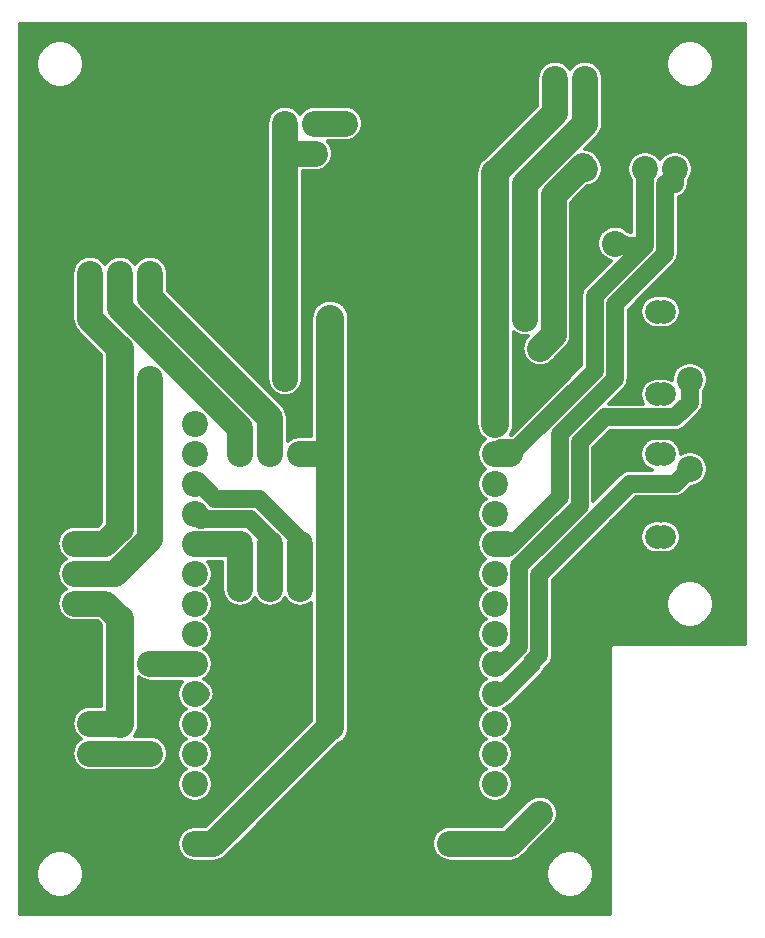
<source format=gbr>
%TF.GenerationSoftware,KiCad,Pcbnew,(5.1.6)-1*%
%TF.CreationDate,2023-06-23T05:36:35-05:00*%
%TF.ProjectId,pcb,7063622e-6b69-4636-9164-5f7063625858,rev?*%
%TF.SameCoordinates,Original*%
%TF.FileFunction,Copper,L2,Bot*%
%TF.FilePolarity,Positive*%
%FSLAX46Y46*%
G04 Gerber Fmt 4.6, Leading zero omitted, Abs format (unit mm)*
G04 Created by KiCad (PCBNEW (5.1.6)-1) date 2023-06-23 05:36:35*
%MOMM*%
%LPD*%
G01*
G04 APERTURE LIST*
%TA.AperFunction,ComponentPad*%
%ADD10C,2.200000*%
%TD*%
%TA.AperFunction,ComponentPad*%
%ADD11C,2.000000*%
%TD*%
%TA.AperFunction,ViaPad*%
%ADD12C,2.200000*%
%TD*%
%TA.AperFunction,Conductor*%
%ADD13C,1.500000*%
%TD*%
%TA.AperFunction,Conductor*%
%ADD14C,2.200000*%
%TD*%
%TA.AperFunction,Conductor*%
%ADD15C,2.400000*%
%TD*%
%TA.AperFunction,Conductor*%
%ADD16C,0.300000*%
%TD*%
G04 APERTURE END LIST*
D10*
%TO.P,U2,30*%
%TO.N,+3V3*%
X40624000Y6318000D03*
%TO.P,U2,29*%
%TO.N,GND*%
X40624000Y8858000D03*
%TO.P,U2,28*%
%TO.N,Net-(U2-Pad28)*%
X40624000Y11398000D03*
%TO.P,U2,27*%
%TO.N,Net-(U2-Pad27)*%
X40624000Y13938000D03*
%TO.P,U2,26*%
%TO.N,Net-(U2-Pad26)*%
X40624000Y16478000D03*
%TO.P,U2,25*%
%TO.N,SW1*%
X40624000Y19018000D03*
%TO.P,U2,24*%
%TO.N,SW2*%
X40624000Y21558000D03*
%TO.P,U2,23*%
%TO.N,Net-(U2-Pad23)*%
X40624000Y24098000D03*
%TO.P,U2,22*%
%TO.N,Net-(U2-Pad22)*%
X40624000Y26638000D03*
%TO.P,U2,21*%
%TO.N,Net-(U2-Pad21)*%
X40624000Y29178000D03*
%TO.P,U2,20*%
%TO.N,SDA*%
X40624000Y31718000D03*
%TO.P,U2,19*%
%TO.N,Net-(U2-Pad19)*%
X40624000Y34258000D03*
%TO.P,U2,18*%
%TO.N,Net-(U2-Pad18)*%
X40624000Y36798000D03*
%TO.P,U2,17*%
%TO.N,SCL*%
X40624000Y39338000D03*
%TO.P,U2,16*%
%TO.N,LEDS*%
X40624000Y41878000D03*
%TO.P,U2,15*%
%TO.N,Net-(U2-Pad15)*%
X15224000Y41878000D03*
%TO.P,U2,14*%
%TO.N,Net-(U2-Pad14)*%
X15224000Y39338000D03*
%TO.P,U2,13*%
%TO.N,S5V*%
X15224000Y36798000D03*
%TO.P,U2,12*%
%TO.N,SBUS*%
X15224000Y34258000D03*
%TO.P,U2,11*%
%TO.N,SBAT*%
X15224000Y31718000D03*
%TO.P,U2,10*%
%TO.N,Net-(U2-Pad10)*%
X15224000Y29178000D03*
%TO.P,U2,9*%
%TO.N,Net-(U2-Pad9)*%
X15224000Y26638000D03*
%TO.P,U2,8*%
%TO.N,Net-(U2-Pad8)*%
X15224000Y24098000D03*
%TO.P,U2,7*%
%TO.N,PWM*%
X15224000Y21558000D03*
%TO.P,U2,6*%
%TO.N,Net-(U2-Pad6)*%
X15224000Y19018000D03*
%TO.P,U2,5*%
%TO.N,Net-(U2-Pad5)*%
X15224000Y16478000D03*
%TO.P,U2,4*%
%TO.N,Net-(U2-Pad4)*%
X15224000Y13938000D03*
%TO.P,U2,3*%
%TO.N,Net-(U2-Pad3)*%
X15224000Y11398000D03*
%TO.P,U2,2*%
%TO.N,GND*%
X15224000Y8858000D03*
%TO.P,U2,1*%
%TO.N,+5V*%
X15224000Y6318000D03*
%TD*%
%TO.P,R1,1*%
%TO.N,SBAT*%
X19034000Y31718000D03*
%TO.P,R1,2*%
%TO.N,VBAT*%
X19034000Y39338000D03*
%TD*%
%TO.P,R4,1*%
%TO.N,S5V*%
X24114000Y31718000D03*
%TO.P,R4,2*%
%TO.N,+5V*%
X24114000Y39338000D03*
%TD*%
%TO.P,R6,1*%
%TO.N,SBUS*%
X21574000Y31718000D03*
%TO.P,R6,2*%
%TO.N,VBUS*%
X21574000Y39338000D03*
%TD*%
%TO.P,J5,4*%
%TO.N,SDA*%
X55864000Y63468000D03*
%TO.P,J5,3*%
%TO.N,SCL*%
X53324000Y63468000D03*
%TO.P,J5,2*%
%TO.N,GND*%
X50784000Y63468000D03*
%TO.P,J5,1*%
%TO.N,+3V3*%
X48244000Y63468000D03*
%TD*%
%TO.P,C1,1*%
%TO.N,+5V*%
X8890000Y40640000D03*
%TO.P,C1,2*%
%TO.N,GND*%
X5090000Y40640000D03*
%TD*%
%TO.P,J8,1*%
%TO.N,GND*%
X43180000Y71120000D03*
%TO.P,J8,2*%
%TO.N,LEDS*%
X45720000Y71120000D03*
%TO.P,J8,3*%
%TO.N,+5V*%
X48260000Y71120000D03*
%TD*%
%TO.P,R3,2*%
%TO.N,GND*%
X19034000Y20288000D03*
%TO.P,R3,1*%
%TO.N,SBAT*%
X19034000Y27908000D03*
%TD*%
%TO.P,R5,2*%
%TO.N,GND*%
X24114000Y20288000D03*
%TO.P,R5,1*%
%TO.N,S5V*%
X24114000Y27908000D03*
%TD*%
%TO.P,R7,2*%
%TO.N,GND*%
X21574000Y20288000D03*
%TO.P,R7,1*%
%TO.N,SBUS*%
X21574000Y27908000D03*
%TD*%
%TO.P,J1,1*%
%TO.N,GND*%
X13970000Y54610000D03*
%TO.P,J1,2*%
%TO.N,VBUS*%
X11430000Y54610000D03*
%TO.P,J1,3*%
%TO.N,VBAT*%
X8890000Y54610000D03*
%TO.P,J1,4*%
%TO.N,+5V*%
X6350000Y54610000D03*
%TD*%
D11*
%TO.P,SW1,*%
%TO.N,*%
X54344000Y39318000D03*
X54344000Y32308000D03*
X54944000Y39318000D03*
D10*
%TO.P,SW1,1*%
%TO.N,SW1*%
X57134000Y38068000D03*
%TO.P,SW1,2*%
%TO.N,GND*%
X57134000Y33568000D03*
D11*
%TO.P,SW1,*%
%TO.N,*%
X54944000Y32308000D03*
%TD*%
%TO.P,SW2,*%
%TO.N,*%
X54944000Y44373000D03*
D10*
%TO.P,SW2,2*%
%TO.N,SW2*%
X57134000Y45633000D03*
%TO.P,SW2,1*%
%TO.N,GND*%
X57134000Y50133000D03*
D11*
%TO.P,SW2,*%
%TO.N,*%
X54944000Y51383000D03*
X54344000Y44373000D03*
X54344000Y51383000D03*
%TD*%
D10*
%TO.P,D1,1*%
%TO.N,COIL+*%
X22860000Y55880000D03*
%TO.P,D1,2*%
%TO.N,GND*%
X30480000Y55880000D03*
%TD*%
%TO.P,J2,1*%
%TO.N,GND*%
X20320000Y67310000D03*
%TO.P,J2,2*%
%TO.N,COIL+*%
X22860000Y67310000D03*
%TD*%
%TO.P,J3,2*%
%TO.N,COIL+*%
X22860000Y64770000D03*
%TO.P,J3,1*%
%TO.N,GND*%
X20320000Y64770000D03*
%TD*%
%TO.P,Q1,2*%
%TO.N,Net-(Q1-Pad2)*%
X6350000Y13970000D03*
%TO.P,Q1,3*%
%TO.N,GND*%
X6350000Y11430000D03*
%TO.P,Q1,1*%
%TO.N,Net-(Q1-Pad1)*%
X6350000Y16510000D03*
%TD*%
%TO.P,Q2,1*%
%TO.N,Net-(Q1-Pad1)*%
X5080000Y26670000D03*
%TO.P,Q2,2*%
%TO.N,COIL+*%
X5080000Y29210000D03*
%TO.P,Q2,3*%
%TO.N,+5V*%
X5080000Y31750000D03*
%TD*%
%TO.P,R2,1*%
%TO.N,+5V*%
X43180000Y57150000D03*
%TO.P,R2,2*%
%TO.N,SCL*%
X50800000Y57150000D03*
%TD*%
%TO.P,R8,2*%
%TO.N,Net-(Q1-Pad2)*%
X11430000Y13970000D03*
%TO.P,R8,1*%
%TO.N,PWM*%
X11430000Y21590000D03*
%TD*%
%TO.P,R9,1*%
%TO.N,Net-(Q1-Pad1)*%
X8890000Y25400000D03*
%TO.P,R9,2*%
%TO.N,+5V*%
X8890000Y33020000D03*
%TD*%
%TO.P,C2,1*%
%TO.N,+3V3*%
X36830000Y6350000D03*
%TO.P,C2,2*%
%TO.N,GND*%
X33030000Y6350000D03*
%TD*%
%TO.P,J4,1*%
%TO.N,GND*%
X27940000Y64770000D03*
%TO.P,J4,2*%
%TO.N,Net-(J4-Pad2)*%
X27940000Y67310000D03*
%TD*%
%TO.P,J6,2*%
%TO.N,COIL+*%
X25400000Y64770000D03*
%TO.P,J6,1*%
%TO.N,Net-(J4-Pad2)*%
X25400000Y67310000D03*
%TD*%
D12*
%TO.N,+5V*%
X8890000Y48260000D03*
X43180000Y50800000D03*
X26670000Y50800000D03*
X26670000Y48260000D03*
%TO.N,+3V3*%
X44450000Y8890000D03*
X44450000Y48260000D03*
%TO.N,COIL+*%
X22860000Y45720000D03*
X11430000Y45720000D03*
%TD*%
D13*
%TO.N,GND*%
X57134000Y33568000D02*
X56443999Y34258001D01*
D14*
%TO.N,+5V*%
X8890000Y33020000D02*
X7620000Y31750000D01*
X7620000Y31750000D02*
X5080000Y31750000D01*
X16779634Y6318000D02*
X26670000Y16208366D01*
X15224000Y6318000D02*
X16779634Y6318000D01*
D15*
X8890000Y48260000D02*
X8890000Y33020000D01*
D14*
X6350000Y54610000D02*
X6350000Y50800000D01*
X6350000Y50800000D02*
X8890000Y48260000D01*
X26670000Y50800000D02*
X26670000Y50800000D01*
X43180000Y50800000D02*
X43180000Y57150000D01*
X43180000Y57150000D02*
X43180000Y62230000D01*
X43180000Y62230000D02*
X48260000Y67310000D01*
X48260000Y67310000D02*
X48260000Y71120000D01*
X26638000Y39338000D02*
X26670000Y39370000D01*
X24114000Y39338000D02*
X26638000Y39338000D01*
D15*
X26670000Y50800000D02*
X26670000Y16208366D01*
D14*
%TO.N,+3V3*%
X41878000Y6318000D02*
X44450000Y8890000D01*
X40624000Y6318000D02*
X41878000Y6318000D01*
D13*
X47894009Y63134009D02*
X48260000Y63500000D01*
D14*
X40624000Y6318000D02*
X36862000Y6318000D01*
X45580010Y61235884D02*
X48052063Y63707937D01*
X45580010Y49390010D02*
X44450000Y48260000D01*
X45580010Y61235884D02*
X45580010Y49390010D01*
D13*
%TO.N,SDA*%
X46113980Y35652346D02*
X46113980Y41017980D01*
X40624000Y31718000D02*
X42179634Y31718000D01*
X42179634Y31718000D02*
X46113980Y35652346D01*
X46113980Y41017980D02*
X50784000Y45688000D01*
X50784000Y45688000D02*
X50784000Y52038000D01*
X50784000Y52038000D02*
X55024010Y56278009D01*
X55024010Y56278009D02*
X55024010Y62198000D01*
X55024010Y62198000D02*
X55864000Y62198000D01*
X55864000Y62198000D02*
X55864000Y63468000D01*
D14*
X40624000Y31718000D02*
X41679850Y31718000D01*
D13*
%TO.N,SCL*%
X42519823Y39827999D02*
X49083990Y46392166D01*
X49083990Y46392166D02*
X49083990Y52742167D01*
X49083991Y52742167D02*
X53324000Y56982176D01*
X53324000Y56982176D02*
X53324000Y63468000D01*
X53324000Y56982176D02*
X51602824Y56982176D01*
X51602824Y56982176D02*
X51435000Y57150000D01*
X41113999Y39827999D02*
X42519823Y39827999D01*
X40624000Y39338000D02*
X41113999Y39827999D01*
D14*
X40624000Y39338000D02*
X41878000Y39338000D01*
X41878000Y39338000D02*
X41846000Y39370000D01*
%TO.N,LEDS*%
X45720000Y71120000D02*
X45720000Y68164126D01*
X45720000Y68164126D02*
X40640000Y63084126D01*
D15*
X40640000Y63084126D02*
X40640000Y41910000D01*
D13*
%TO.N,SW1*%
X40624000Y19018000D02*
X41259000Y19018000D01*
X41259000Y19018000D02*
X43799000Y21558000D01*
X43799000Y21698997D02*
X44374011Y22274008D01*
X43799000Y21558000D02*
X43799000Y21698997D01*
X44374011Y22274008D02*
X44374011Y29104023D01*
X49527989Y34258001D02*
X49012994Y33743006D01*
X44374011Y29104023D02*
X49012994Y33743006D01*
X49514000Y34244012D02*
X49514000Y34274000D01*
X49012994Y33743006D02*
X49514000Y34244012D01*
X49514000Y34274000D02*
X52070000Y36830000D01*
X52070000Y36830000D02*
X55880000Y36830000D01*
X55880000Y36830000D02*
X57150000Y38100000D01*
%TO.N,SW2*%
X57134000Y43676998D02*
X57134000Y45688000D01*
X47813990Y40313814D02*
X49954088Y42453912D01*
X47813990Y34948179D02*
X47813990Y40313814D01*
X40624000Y21558000D02*
X41253826Y21558000D01*
X41253826Y21558000D02*
X42674001Y22978175D01*
X55880001Y42422999D02*
X57134000Y43676998D01*
X49985001Y42422999D02*
X55880001Y42422999D01*
X42674001Y22978175D02*
X42674001Y29813000D01*
X49954088Y42453912D02*
X49985001Y42422999D01*
X42674001Y29813000D02*
X42678811Y29813000D01*
X42678811Y29813000D02*
X47813990Y34948179D01*
D14*
%TO.N,VBUS*%
X21574000Y39338000D02*
X21574000Y42364252D01*
X21574000Y42364252D02*
X11430000Y52508252D01*
X11430000Y52508252D02*
X11430000Y54610000D01*
%TO.N,VBAT*%
X19034000Y41510126D02*
X8890000Y51654126D01*
X19034000Y39338000D02*
X19034000Y41510126D01*
X8890000Y51654126D02*
X8890000Y52070000D01*
X8890000Y52070000D02*
X8890000Y54610000D01*
D13*
%TO.N,SBUS*%
X21574000Y31718000D02*
X21574000Y32093151D01*
X15686002Y34290000D02*
X15240000Y34290000D01*
D14*
X21574000Y27908000D02*
X21574000Y31734000D01*
D13*
X15272000Y34258000D02*
X15761990Y33768010D01*
X15224000Y34258000D02*
X15272000Y34258000D01*
X19899142Y33800008D02*
X21590000Y32109150D01*
X15761990Y33768010D02*
X15793988Y33800008D01*
X15793988Y33800008D02*
X19899142Y33800008D01*
X21590000Y32109150D02*
X21590000Y31750000D01*
D14*
%TO.N,S5V*%
X24114000Y27908000D02*
X24114000Y31734000D01*
D13*
X15224000Y36798000D02*
X15718002Y36798000D01*
X15718002Y36798000D02*
X16956002Y35560000D01*
X20647151Y35560000D02*
X24130000Y32077151D01*
X16956002Y35560000D02*
X20647151Y35560000D01*
X24130000Y32077151D02*
X24130000Y31750000D01*
D14*
%TO.N,SBAT*%
X19034000Y27908000D02*
X19034000Y31734000D01*
X15224000Y31718000D02*
X19018000Y31718000D01*
X19018000Y31718000D02*
X19050000Y31750000D01*
%TO.N,COIL+*%
X5080000Y29210000D02*
X8474126Y29210000D01*
X8474126Y29210000D02*
X11430000Y32165874D01*
X11430000Y32165874D02*
X11430000Y43180000D01*
X11430000Y43180000D02*
X11430000Y45720000D01*
X11430000Y45720000D02*
X11430000Y45720000D01*
X22860000Y45720000D02*
X22860000Y67310000D01*
X22860000Y64770000D02*
X25400000Y64770000D01*
%TO.N,Net-(Q1-Pad2)*%
X11430000Y13970000D02*
X6350000Y13970000D01*
%TO.N,Net-(Q1-Pad1)*%
X6350000Y16510000D02*
X8890000Y16510000D01*
X8890000Y25400000D02*
X7620000Y26670000D01*
X7620000Y26670000D02*
X5080000Y26670000D01*
D15*
X8890000Y25400000D02*
X8890000Y16510000D01*
D14*
%TO.N,PWM*%
X15224000Y21558000D02*
X11462000Y21558000D01*
X11462000Y21558000D02*
X11430000Y21590000D01*
D13*
%TO.N,Net-(U2-Pad15)*%
X15166165Y41820165D02*
X15224000Y41878000D01*
%TO.N,Net-(U2-Pad6)*%
X15732000Y19018000D02*
X15224000Y19018000D01*
D14*
%TO.N,Net-(J4-Pad2)*%
X25400000Y67310000D02*
X27940000Y67310000D01*
%TD*%
D16*
%TO.N,GND*%
G36*
X61789000Y23253000D02*
G01*
X50804874Y23253000D01*
X50784000Y23255056D01*
X50763126Y23253000D01*
X50700686Y23246850D01*
X50620573Y23222548D01*
X50546740Y23183084D01*
X50482026Y23129974D01*
X50428916Y23065260D01*
X50389452Y22991427D01*
X50365150Y22911314D01*
X50356944Y22828000D01*
X50359001Y22807116D01*
X50359000Y393000D01*
X409000Y393000D01*
X409000Y3974983D01*
X1794000Y3974983D01*
X1794000Y3581017D01*
X1870859Y3194622D01*
X2021623Y2830645D01*
X2240499Y2503074D01*
X2519074Y2224499D01*
X2846645Y2005623D01*
X3210622Y1854859D01*
X3597017Y1778000D01*
X3990983Y1778000D01*
X4377378Y1854859D01*
X4741355Y2005623D01*
X5068926Y2224499D01*
X5347501Y2503074D01*
X5566377Y2830645D01*
X5717141Y3194622D01*
X5794000Y3581017D01*
X5794000Y3974983D01*
X44974000Y3974983D01*
X44974000Y3581017D01*
X45050859Y3194622D01*
X45201623Y2830645D01*
X45420499Y2503074D01*
X45699074Y2224499D01*
X46026645Y2005623D01*
X46390622Y1854859D01*
X46777017Y1778000D01*
X47170983Y1778000D01*
X47557378Y1854859D01*
X47921355Y2005623D01*
X48248926Y2224499D01*
X48527501Y2503074D01*
X48746377Y2830645D01*
X48897141Y3194622D01*
X48974000Y3581017D01*
X48974000Y3974983D01*
X48897141Y4361378D01*
X48746377Y4725355D01*
X48527501Y5052926D01*
X48248926Y5331501D01*
X47921355Y5550377D01*
X47557378Y5701141D01*
X47170983Y5778000D01*
X46777017Y5778000D01*
X46390622Y5701141D01*
X46026645Y5550377D01*
X45699074Y5331501D01*
X45420499Y5052926D01*
X45201623Y4725355D01*
X45050859Y4361378D01*
X44974000Y3974983D01*
X5794000Y3974983D01*
X5717141Y4361378D01*
X5566377Y4725355D01*
X5347501Y5052926D01*
X5068926Y5331501D01*
X4741355Y5550377D01*
X4377378Y5701141D01*
X3990983Y5778000D01*
X3597017Y5778000D01*
X3210622Y5701141D01*
X2846645Y5550377D01*
X2519074Y5331501D01*
X2240499Y5052926D01*
X2021623Y4725355D01*
X1870859Y4361378D01*
X1794000Y3974983D01*
X409000Y3974983D01*
X409000Y31750000D01*
X3572743Y31750000D01*
X3580000Y31676320D01*
X3580000Y31602263D01*
X3594448Y31529626D01*
X3601705Y31455949D01*
X3623195Y31385104D01*
X3637644Y31312466D01*
X3665985Y31244044D01*
X3687476Y31173198D01*
X3722375Y31107907D01*
X3750717Y31039483D01*
X3791864Y30977903D01*
X3826762Y30912613D01*
X3873730Y30855382D01*
X3914874Y30793806D01*
X3967236Y30741444D01*
X4014208Y30684208D01*
X4071444Y30637236D01*
X4123806Y30584874D01*
X4185382Y30543730D01*
X4242613Y30496762D01*
X4273972Y30480000D01*
X4242613Y30463238D01*
X4185382Y30416270D01*
X4123806Y30375126D01*
X4071444Y30322764D01*
X4014208Y30275792D01*
X3967236Y30218556D01*
X3914874Y30166194D01*
X3873730Y30104618D01*
X3826762Y30047387D01*
X3791864Y29982097D01*
X3750717Y29920517D01*
X3722375Y29852093D01*
X3687476Y29786802D01*
X3665985Y29715956D01*
X3637644Y29647534D01*
X3623195Y29574896D01*
X3601705Y29504051D01*
X3594448Y29430374D01*
X3580000Y29357737D01*
X3580000Y29283680D01*
X3572743Y29210000D01*
X3580000Y29136320D01*
X3580000Y29062263D01*
X3594448Y28989626D01*
X3601705Y28915949D01*
X3623195Y28845104D01*
X3637644Y28772466D01*
X3665985Y28704044D01*
X3687476Y28633198D01*
X3722375Y28567907D01*
X3750717Y28499483D01*
X3791864Y28437903D01*
X3826762Y28372613D01*
X3873730Y28315382D01*
X3914874Y28253806D01*
X3967236Y28201444D01*
X4014208Y28144208D01*
X4071444Y28097236D01*
X4123806Y28044874D01*
X4185382Y28003730D01*
X4242613Y27956762D01*
X4273972Y27940000D01*
X4242613Y27923238D01*
X4185382Y27876270D01*
X4123806Y27835126D01*
X4071444Y27782764D01*
X4014208Y27735792D01*
X3967236Y27678556D01*
X3914874Y27626194D01*
X3873730Y27564618D01*
X3826762Y27507387D01*
X3791864Y27442097D01*
X3750717Y27380517D01*
X3722375Y27312093D01*
X3687476Y27246802D01*
X3665985Y27175956D01*
X3637644Y27107534D01*
X3623195Y27034896D01*
X3601705Y26964051D01*
X3594448Y26890374D01*
X3580000Y26817737D01*
X3580000Y26743680D01*
X3572743Y26670000D01*
X3580000Y26596320D01*
X3580000Y26522263D01*
X3594448Y26449626D01*
X3601705Y26375949D01*
X3623195Y26305104D01*
X3637644Y26232466D01*
X3665985Y26164044D01*
X3687476Y26093198D01*
X3722375Y26027907D01*
X3750717Y25959483D01*
X3791864Y25897903D01*
X3826762Y25832613D01*
X3873730Y25775382D01*
X3914874Y25713806D01*
X3967236Y25661444D01*
X4014208Y25604208D01*
X4071444Y25557236D01*
X4123806Y25504874D01*
X4185382Y25463730D01*
X4242613Y25416762D01*
X4307903Y25381864D01*
X4369483Y25340717D01*
X4437907Y25312375D01*
X4503198Y25277476D01*
X4574044Y25255985D01*
X4642466Y25227644D01*
X4715104Y25213195D01*
X4785949Y25191705D01*
X4859626Y25184448D01*
X4932263Y25170000D01*
X6998681Y25170000D01*
X7290000Y24878680D01*
X7290001Y18010000D01*
X6202263Y18010000D01*
X6129626Y17995552D01*
X6055949Y17988295D01*
X5985104Y17966805D01*
X5912466Y17952356D01*
X5844044Y17924015D01*
X5773198Y17902524D01*
X5707907Y17867625D01*
X5639483Y17839283D01*
X5577903Y17798136D01*
X5512613Y17763238D01*
X5455382Y17716270D01*
X5393806Y17675126D01*
X5341444Y17622764D01*
X5284208Y17575792D01*
X5237236Y17518556D01*
X5184874Y17466194D01*
X5143730Y17404618D01*
X5096762Y17347387D01*
X5061864Y17282097D01*
X5020717Y17220517D01*
X4992375Y17152093D01*
X4957476Y17086802D01*
X4935985Y17015956D01*
X4907644Y16947534D01*
X4893195Y16874896D01*
X4871705Y16804051D01*
X4864448Y16730374D01*
X4850000Y16657737D01*
X4850000Y16583680D01*
X4842743Y16510000D01*
X4850000Y16436320D01*
X4850000Y16362263D01*
X4864448Y16289626D01*
X4871705Y16215949D01*
X4893195Y16145104D01*
X4907644Y16072466D01*
X4935985Y16004044D01*
X4957476Y15933198D01*
X4992375Y15867907D01*
X5020717Y15799483D01*
X5061864Y15737903D01*
X5096762Y15672613D01*
X5143730Y15615382D01*
X5184874Y15553806D01*
X5237236Y15501444D01*
X5284208Y15444208D01*
X5341444Y15397236D01*
X5393806Y15344874D01*
X5455382Y15303730D01*
X5512613Y15256762D01*
X5543972Y15240000D01*
X5512613Y15223238D01*
X5455382Y15176270D01*
X5393806Y15135126D01*
X5341444Y15082764D01*
X5284208Y15035792D01*
X5237236Y14978556D01*
X5184874Y14926194D01*
X5143730Y14864618D01*
X5096762Y14807387D01*
X5061864Y14742097D01*
X5020717Y14680517D01*
X4992375Y14612093D01*
X4957476Y14546802D01*
X4935985Y14475956D01*
X4907644Y14407534D01*
X4893195Y14334896D01*
X4871705Y14264051D01*
X4864448Y14190374D01*
X4850000Y14117737D01*
X4850000Y14043680D01*
X4842743Y13970000D01*
X4850000Y13896320D01*
X4850000Y13822263D01*
X4864448Y13749626D01*
X4871705Y13675949D01*
X4893195Y13605104D01*
X4907644Y13532466D01*
X4935985Y13464044D01*
X4957476Y13393198D01*
X4992375Y13327907D01*
X5020717Y13259483D01*
X5061864Y13197903D01*
X5096762Y13132613D01*
X5143730Y13075382D01*
X5184874Y13013806D01*
X5237236Y12961444D01*
X5284208Y12904208D01*
X5341444Y12857236D01*
X5393806Y12804874D01*
X5455382Y12763730D01*
X5512613Y12716762D01*
X5577903Y12681864D01*
X5639483Y12640717D01*
X5707907Y12612375D01*
X5773198Y12577476D01*
X5844044Y12555985D01*
X5912466Y12527644D01*
X5985104Y12513195D01*
X6055949Y12491705D01*
X6129626Y12484448D01*
X6202263Y12470000D01*
X11577737Y12470000D01*
X11650374Y12484448D01*
X11724051Y12491705D01*
X11794896Y12513195D01*
X11867534Y12527644D01*
X11935956Y12555985D01*
X12006802Y12577476D01*
X12072093Y12612375D01*
X12140517Y12640717D01*
X12202097Y12681864D01*
X12267387Y12716762D01*
X12324618Y12763730D01*
X12386194Y12804874D01*
X12438556Y12857236D01*
X12495792Y12904208D01*
X12542764Y12961444D01*
X12595126Y13013806D01*
X12636270Y13075382D01*
X12683238Y13132613D01*
X12718136Y13197903D01*
X12759283Y13259483D01*
X12787625Y13327907D01*
X12822524Y13393198D01*
X12844015Y13464044D01*
X12872356Y13532466D01*
X12886805Y13605104D01*
X12908295Y13675949D01*
X12915552Y13749626D01*
X12930000Y13822263D01*
X12930000Y13896320D01*
X12937257Y13970000D01*
X12930000Y14043680D01*
X12930000Y14117737D01*
X12915552Y14190374D01*
X12908295Y14264051D01*
X12886805Y14334896D01*
X12872356Y14407534D01*
X12844015Y14475956D01*
X12822524Y14546802D01*
X12787625Y14612093D01*
X12759283Y14680517D01*
X12718136Y14742097D01*
X12683238Y14807387D01*
X12636270Y14864618D01*
X12595126Y14926194D01*
X12542764Y14978556D01*
X12495792Y15035792D01*
X12438556Y15082764D01*
X12386194Y15135126D01*
X12324618Y15176270D01*
X12267387Y15223238D01*
X12202097Y15258136D01*
X12140517Y15299283D01*
X12072093Y15327625D01*
X12006802Y15362524D01*
X11935956Y15384015D01*
X11867534Y15412356D01*
X11794896Y15426805D01*
X11724051Y15448295D01*
X11650374Y15455552D01*
X11577737Y15470000D01*
X10106323Y15470000D01*
X10226788Y15616787D01*
X10375359Y15894744D01*
X10466849Y16196345D01*
X10490000Y16431403D01*
X10490000Y20414053D01*
X10497751Y20408875D01*
X10624613Y20304762D01*
X10885198Y20165476D01*
X11167949Y20079705D01*
X11388320Y20058000D01*
X11462000Y20050743D01*
X11535680Y20058000D01*
X14142680Y20058000D01*
X14058874Y19974194D01*
X13894717Y19728517D01*
X13781644Y19455534D01*
X13724000Y19165737D01*
X13724000Y18870263D01*
X13781644Y18580466D01*
X13894717Y18307483D01*
X14058874Y18061806D01*
X14267806Y17852874D01*
X14424760Y17748000D01*
X14267806Y17643126D01*
X14058874Y17434194D01*
X13894717Y17188517D01*
X13781644Y16915534D01*
X13724000Y16625737D01*
X13724000Y16330263D01*
X13781644Y16040466D01*
X13894717Y15767483D01*
X14058874Y15521806D01*
X14267806Y15312874D01*
X14424760Y15208000D01*
X14267806Y15103126D01*
X14058874Y14894194D01*
X13894717Y14648517D01*
X13781644Y14375534D01*
X13724000Y14085737D01*
X13724000Y13790263D01*
X13781644Y13500466D01*
X13894717Y13227483D01*
X14058874Y12981806D01*
X14267806Y12772874D01*
X14424760Y12668000D01*
X14267806Y12563126D01*
X14058874Y12354194D01*
X13894717Y12108517D01*
X13781644Y11835534D01*
X13724000Y11545737D01*
X13724000Y11250263D01*
X13781644Y10960466D01*
X13894717Y10687483D01*
X14058874Y10441806D01*
X14267806Y10232874D01*
X14513483Y10068717D01*
X14786466Y9955644D01*
X15076263Y9898000D01*
X15371737Y9898000D01*
X15661534Y9955644D01*
X15934517Y10068717D01*
X16180194Y10232874D01*
X16389126Y10441806D01*
X16553283Y10687483D01*
X16666356Y10960466D01*
X16724000Y11250263D01*
X16724000Y11545737D01*
X16666356Y11835534D01*
X16553283Y12108517D01*
X16389126Y12354194D01*
X16180194Y12563126D01*
X16023240Y12668000D01*
X16180194Y12772874D01*
X16389126Y12981806D01*
X16553283Y13227483D01*
X16666356Y13500466D01*
X16724000Y13790263D01*
X16724000Y14085737D01*
X16666356Y14375534D01*
X16553283Y14648517D01*
X16389126Y14894194D01*
X16180194Y15103126D01*
X16023240Y15208000D01*
X16180194Y15312874D01*
X16389126Y15521806D01*
X16553283Y15767483D01*
X16666356Y16040466D01*
X16724000Y16330263D01*
X16724000Y16625737D01*
X16666356Y16915534D01*
X16553283Y17188517D01*
X16389126Y17434194D01*
X16180194Y17643126D01*
X16023240Y17748000D01*
X16180194Y17852874D01*
X16389126Y18061806D01*
X16400657Y18079063D01*
X16549107Y18200893D01*
X16692816Y18376003D01*
X16799602Y18575785D01*
X16865360Y18792561D01*
X16887564Y19018000D01*
X16865360Y19243439D01*
X16799602Y19460215D01*
X16692816Y19659997D01*
X16549107Y19835107D01*
X16400657Y19956937D01*
X16389126Y19974194D01*
X16180194Y20183126D01*
X16026256Y20285984D01*
X16061387Y20304762D01*
X16118618Y20351730D01*
X16180194Y20392874D01*
X16232556Y20445236D01*
X16289792Y20492208D01*
X16336764Y20549444D01*
X16389126Y20601806D01*
X16430270Y20663382D01*
X16477238Y20720613D01*
X16512136Y20785903D01*
X16553283Y20847483D01*
X16581625Y20915907D01*
X16616524Y20981198D01*
X16638015Y21052044D01*
X16666356Y21120466D01*
X16680805Y21193104D01*
X16702295Y21263949D01*
X16709552Y21337626D01*
X16724000Y21410263D01*
X16724000Y21484320D01*
X16731257Y21558000D01*
X16724000Y21631680D01*
X16724000Y21705737D01*
X16709552Y21778374D01*
X16702295Y21852051D01*
X16680805Y21922896D01*
X16666356Y21995534D01*
X16638015Y22063956D01*
X16616524Y22134802D01*
X16581625Y22200093D01*
X16553283Y22268517D01*
X16512136Y22330097D01*
X16477238Y22395387D01*
X16430270Y22452618D01*
X16389126Y22514194D01*
X16336764Y22566556D01*
X16289792Y22623792D01*
X16232556Y22670764D01*
X16180194Y22723126D01*
X16118618Y22764270D01*
X16061387Y22811238D01*
X16026256Y22830016D01*
X16180194Y22932874D01*
X16389126Y23141806D01*
X16553283Y23387483D01*
X16666356Y23660466D01*
X16724000Y23950263D01*
X16724000Y24245737D01*
X16666356Y24535534D01*
X16553283Y24808517D01*
X16389126Y25054194D01*
X16180194Y25263126D01*
X16023240Y25368000D01*
X16180194Y25472874D01*
X16389126Y25681806D01*
X16553283Y25927483D01*
X16666356Y26200466D01*
X16724000Y26490263D01*
X16724000Y26785737D01*
X16666356Y27075534D01*
X16553283Y27348517D01*
X16389126Y27594194D01*
X16180194Y27803126D01*
X16023240Y27908000D01*
X16180194Y28012874D01*
X16389126Y28221806D01*
X16553283Y28467483D01*
X16666356Y28740466D01*
X16724000Y29030263D01*
X16724000Y29325737D01*
X16666356Y29615534D01*
X16553283Y29888517D01*
X16389126Y30134194D01*
X16305320Y30218000D01*
X17534001Y30218000D01*
X17534000Y28055737D01*
X17534000Y27760263D01*
X17548449Y27687625D01*
X17555705Y27613950D01*
X17577195Y27543107D01*
X17591644Y27470466D01*
X17619986Y27402041D01*
X17641476Y27331199D01*
X17676373Y27265911D01*
X17704717Y27197483D01*
X17745866Y27135899D01*
X17780762Y27070614D01*
X17827727Y27013386D01*
X17868874Y26951806D01*
X17921237Y26899443D01*
X17968208Y26842208D01*
X18025444Y26795236D01*
X18077806Y26742874D01*
X18139382Y26701730D01*
X18196613Y26654762D01*
X18261903Y26619864D01*
X18323483Y26578717D01*
X18391907Y26550375D01*
X18457198Y26515476D01*
X18528044Y26493985D01*
X18596466Y26465644D01*
X18669104Y26451195D01*
X18739949Y26429705D01*
X18813626Y26422448D01*
X18886263Y26408000D01*
X18960320Y26408000D01*
X19034000Y26400743D01*
X19107680Y26408000D01*
X19181737Y26408000D01*
X19254375Y26422448D01*
X19328050Y26429705D01*
X19398893Y26451195D01*
X19471534Y26465644D01*
X19539959Y26493986D01*
X19610801Y26515476D01*
X19676089Y26550373D01*
X19744517Y26578717D01*
X19806101Y26619866D01*
X19871386Y26654762D01*
X19928614Y26701727D01*
X19990194Y26742874D01*
X20042557Y26795237D01*
X20099792Y26842208D01*
X20146764Y26899444D01*
X20199126Y26951806D01*
X20240270Y27013382D01*
X20287238Y27070613D01*
X20304000Y27101973D01*
X20320762Y27070614D01*
X20367727Y27013386D01*
X20408874Y26951806D01*
X20461237Y26899443D01*
X20508208Y26842208D01*
X20565444Y26795236D01*
X20617806Y26742874D01*
X20679382Y26701730D01*
X20736613Y26654762D01*
X20801903Y26619864D01*
X20863483Y26578717D01*
X20931907Y26550375D01*
X20997198Y26515476D01*
X21068044Y26493985D01*
X21136466Y26465644D01*
X21209104Y26451195D01*
X21279949Y26429705D01*
X21353626Y26422448D01*
X21426263Y26408000D01*
X21500320Y26408000D01*
X21574000Y26400743D01*
X21647680Y26408000D01*
X21721737Y26408000D01*
X21794375Y26422448D01*
X21868050Y26429705D01*
X21938893Y26451195D01*
X22011534Y26465644D01*
X22079959Y26493986D01*
X22150801Y26515476D01*
X22216089Y26550373D01*
X22284517Y26578717D01*
X22346101Y26619866D01*
X22411386Y26654762D01*
X22468614Y26701727D01*
X22530194Y26742874D01*
X22582557Y26795237D01*
X22639792Y26842208D01*
X22686764Y26899444D01*
X22739126Y26951806D01*
X22780270Y27013382D01*
X22827238Y27070613D01*
X22844000Y27101973D01*
X22860762Y27070614D01*
X22907727Y27013386D01*
X22948874Y26951806D01*
X23001237Y26899443D01*
X23048208Y26842208D01*
X23105444Y26795236D01*
X23157806Y26742874D01*
X23219382Y26701730D01*
X23276613Y26654762D01*
X23341903Y26619864D01*
X23403483Y26578717D01*
X23471907Y26550375D01*
X23537198Y26515476D01*
X23608044Y26493985D01*
X23676466Y26465644D01*
X23749104Y26451195D01*
X23819949Y26429705D01*
X23893626Y26422448D01*
X23966263Y26408000D01*
X24040320Y26408000D01*
X24114000Y26400743D01*
X24187680Y26408000D01*
X24261737Y26408000D01*
X24334375Y26422448D01*
X24408050Y26429705D01*
X24478893Y26451195D01*
X24551534Y26465644D01*
X24619959Y26493986D01*
X24690801Y26515476D01*
X24756089Y26550373D01*
X24824517Y26578717D01*
X24886101Y26619866D01*
X24951386Y26654762D01*
X25008614Y26701727D01*
X25070001Y26742745D01*
X25070001Y16729687D01*
X16158315Y7818000D01*
X15076263Y7818000D01*
X15003626Y7803552D01*
X14929949Y7796295D01*
X14859104Y7774805D01*
X14786466Y7760356D01*
X14718044Y7732015D01*
X14647198Y7710524D01*
X14581907Y7675625D01*
X14513483Y7647283D01*
X14451903Y7606136D01*
X14386613Y7571238D01*
X14329382Y7524270D01*
X14267806Y7483126D01*
X14215444Y7430764D01*
X14158208Y7383792D01*
X14111236Y7326556D01*
X14058874Y7274194D01*
X14017730Y7212618D01*
X13970762Y7155387D01*
X13935864Y7090097D01*
X13894717Y7028517D01*
X13866375Y6960093D01*
X13831476Y6894802D01*
X13809985Y6823956D01*
X13781644Y6755534D01*
X13767195Y6682896D01*
X13745705Y6612051D01*
X13738448Y6538374D01*
X13724000Y6465737D01*
X13724000Y6391680D01*
X13716743Y6318000D01*
X13724000Y6244320D01*
X13724000Y6170263D01*
X13738448Y6097626D01*
X13745705Y6023949D01*
X13767195Y5953104D01*
X13781644Y5880466D01*
X13809985Y5812044D01*
X13831476Y5741198D01*
X13866375Y5675907D01*
X13894717Y5607483D01*
X13935864Y5545903D01*
X13970762Y5480613D01*
X14017730Y5423382D01*
X14058874Y5361806D01*
X14111236Y5309444D01*
X14158208Y5252208D01*
X14215444Y5205236D01*
X14267806Y5152874D01*
X14329382Y5111730D01*
X14386613Y5064762D01*
X14451903Y5029864D01*
X14513483Y4988717D01*
X14581907Y4960375D01*
X14647198Y4925476D01*
X14718044Y4903985D01*
X14786466Y4875644D01*
X14859104Y4861195D01*
X14929949Y4839705D01*
X15003626Y4832448D01*
X15076263Y4818000D01*
X16705954Y4818000D01*
X16779634Y4810743D01*
X16853314Y4818000D01*
X17073685Y4839705D01*
X17356436Y4925476D01*
X17617021Y5064762D01*
X17845426Y5252208D01*
X17892403Y5309450D01*
X19080690Y6497737D01*
X35330000Y6497737D01*
X35330000Y6202263D01*
X35387644Y5912466D01*
X35500717Y5639483D01*
X35664874Y5393806D01*
X35749236Y5309444D01*
X35796208Y5252208D01*
X35853444Y5205236D01*
X35873806Y5184874D01*
X35897751Y5168875D01*
X36024613Y5064762D01*
X36285198Y4925476D01*
X36567949Y4839705D01*
X36788320Y4818000D01*
X41804320Y4818000D01*
X41878000Y4810743D01*
X41951680Y4818000D01*
X42172051Y4839705D01*
X42454802Y4925476D01*
X42715387Y5064762D01*
X42943792Y5252208D01*
X42990769Y5309450D01*
X45562759Y7881439D01*
X45615126Y7933806D01*
X45656272Y7995385D01*
X45703237Y8052612D01*
X45738134Y8117899D01*
X45779283Y8179483D01*
X45807627Y8247910D01*
X45842523Y8313197D01*
X45864012Y8384038D01*
X45892356Y8452466D01*
X45906806Y8525111D01*
X45928294Y8595948D01*
X45935550Y8669620D01*
X45950000Y8742263D01*
X45950000Y8816321D01*
X45957257Y8889999D01*
X45950000Y8963677D01*
X45950000Y9037737D01*
X45935550Y9110382D01*
X45928294Y9184050D01*
X45906807Y9254884D01*
X45892356Y9327534D01*
X45864011Y9395966D01*
X45842523Y9466802D01*
X45807629Y9532084D01*
X45779283Y9600517D01*
X45738129Y9662108D01*
X45703237Y9727386D01*
X45656278Y9784606D01*
X45615126Y9846194D01*
X45562754Y9898566D01*
X45515791Y9955791D01*
X45458566Y10002754D01*
X45406194Y10055126D01*
X45344606Y10096278D01*
X45287386Y10143237D01*
X45222108Y10178129D01*
X45160517Y10219283D01*
X45092084Y10247629D01*
X45026802Y10282523D01*
X44955966Y10304011D01*
X44887534Y10332356D01*
X44814884Y10346807D01*
X44744050Y10368294D01*
X44670382Y10375550D01*
X44597737Y10390000D01*
X44523677Y10390000D01*
X44449999Y10397257D01*
X44376321Y10390000D01*
X44302263Y10390000D01*
X44229620Y10375550D01*
X44155948Y10368294D01*
X44085111Y10346806D01*
X44012466Y10332356D01*
X43944038Y10304012D01*
X43873197Y10282523D01*
X43807910Y10247627D01*
X43739483Y10219283D01*
X43677899Y10178134D01*
X43612612Y10143237D01*
X43555385Y10096272D01*
X43493806Y10055126D01*
X43441439Y10002759D01*
X41256681Y7818000D01*
X37138612Y7818000D01*
X36977737Y7850000D01*
X36682263Y7850000D01*
X36392466Y7792356D01*
X36119483Y7679283D01*
X35873806Y7515126D01*
X35664874Y7306194D01*
X35500717Y7060517D01*
X35387644Y6787534D01*
X35330000Y6497737D01*
X19080690Y6497737D01*
X27329736Y14746782D01*
X27563213Y14871578D01*
X27806845Y15071521D01*
X28006788Y15315153D01*
X28155359Y15593110D01*
X28246849Y15894711D01*
X28270000Y16129769D01*
X28270000Y50878597D01*
X28246849Y51113655D01*
X28155359Y51415256D01*
X28006788Y51693213D01*
X27806845Y51936845D01*
X27563212Y52136788D01*
X27285255Y52285359D01*
X26983654Y52376849D01*
X26670000Y52407741D01*
X26356345Y52376849D01*
X26054744Y52285359D01*
X25776787Y52136788D01*
X25533155Y51936845D01*
X25333212Y51693212D01*
X25184641Y51415255D01*
X25093151Y51113654D01*
X25070000Y50878596D01*
X25070000Y40838000D01*
X23966263Y40838000D01*
X23893626Y40823552D01*
X23819949Y40816295D01*
X23749104Y40794805D01*
X23676466Y40780356D01*
X23608044Y40752015D01*
X23537198Y40730524D01*
X23471907Y40695625D01*
X23403483Y40667283D01*
X23341903Y40626136D01*
X23276613Y40591238D01*
X23219382Y40544270D01*
X23157806Y40503126D01*
X23105444Y40450764D01*
X23074000Y40424959D01*
X23074000Y42290575D01*
X23081257Y42364253D01*
X23072426Y42453912D01*
X23052295Y42658303D01*
X22966524Y42941054D01*
X22827238Y43201639D01*
X22639792Y43430044D01*
X22582555Y43477017D01*
X12930000Y53129571D01*
X12930000Y54757737D01*
X12915552Y54830374D01*
X12908295Y54904051D01*
X12886805Y54974896D01*
X12872356Y55047534D01*
X12844015Y55115956D01*
X12822524Y55186802D01*
X12787625Y55252093D01*
X12759283Y55320517D01*
X12718136Y55382097D01*
X12683238Y55447387D01*
X12636270Y55504618D01*
X12595126Y55566194D01*
X12542764Y55618556D01*
X12495792Y55675792D01*
X12438556Y55722764D01*
X12386194Y55775126D01*
X12324618Y55816270D01*
X12267387Y55863238D01*
X12202097Y55898136D01*
X12140517Y55939283D01*
X12072093Y55967625D01*
X12006802Y56002524D01*
X11935956Y56024015D01*
X11867534Y56052356D01*
X11794896Y56066805D01*
X11724051Y56088295D01*
X11650374Y56095552D01*
X11577737Y56110000D01*
X11503680Y56110000D01*
X11430000Y56117257D01*
X11356320Y56110000D01*
X11282263Y56110000D01*
X11209625Y56095552D01*
X11135950Y56088295D01*
X11065107Y56066805D01*
X10992466Y56052356D01*
X10924041Y56024014D01*
X10853199Y56002524D01*
X10787911Y55967627D01*
X10719483Y55939283D01*
X10657899Y55898134D01*
X10592614Y55863238D01*
X10535387Y55816273D01*
X10473806Y55775126D01*
X10421440Y55722760D01*
X10364209Y55675792D01*
X10317241Y55618561D01*
X10264874Y55566194D01*
X10223726Y55504612D01*
X10176763Y55447387D01*
X10160001Y55416027D01*
X10143238Y55447387D01*
X10096270Y55504618D01*
X10055126Y55566194D01*
X10002764Y55618556D01*
X9955792Y55675792D01*
X9898556Y55722764D01*
X9846194Y55775126D01*
X9784618Y55816270D01*
X9727387Y55863238D01*
X9662097Y55898136D01*
X9600517Y55939283D01*
X9532093Y55967625D01*
X9466802Y56002524D01*
X9395956Y56024015D01*
X9327534Y56052356D01*
X9254896Y56066805D01*
X9184051Y56088295D01*
X9110374Y56095552D01*
X9037737Y56110000D01*
X8963680Y56110000D01*
X8890000Y56117257D01*
X8816320Y56110000D01*
X8742263Y56110000D01*
X8669625Y56095552D01*
X8595950Y56088295D01*
X8525107Y56066805D01*
X8452466Y56052356D01*
X8384041Y56024014D01*
X8313199Y56002524D01*
X8247911Y55967627D01*
X8179483Y55939283D01*
X8117899Y55898134D01*
X8052614Y55863238D01*
X7995387Y55816273D01*
X7933806Y55775126D01*
X7881440Y55722760D01*
X7824209Y55675792D01*
X7777241Y55618561D01*
X7724874Y55566194D01*
X7683726Y55504612D01*
X7636763Y55447387D01*
X7620001Y55416027D01*
X7603238Y55447387D01*
X7556270Y55504618D01*
X7515126Y55566194D01*
X7462764Y55618556D01*
X7415792Y55675792D01*
X7358557Y55722763D01*
X7306194Y55775126D01*
X7244614Y55816273D01*
X7187386Y55863238D01*
X7122101Y55898134D01*
X7060517Y55939283D01*
X6992089Y55967627D01*
X6926801Y56002524D01*
X6855959Y56024014D01*
X6787534Y56052356D01*
X6714893Y56066805D01*
X6644050Y56088295D01*
X6570375Y56095552D01*
X6497737Y56110000D01*
X6423680Y56110000D01*
X6350000Y56117257D01*
X6276320Y56110000D01*
X6202263Y56110000D01*
X6129626Y56095552D01*
X6055949Y56088295D01*
X5985104Y56066805D01*
X5912466Y56052356D01*
X5844044Y56024015D01*
X5773198Y56002524D01*
X5707907Y55967625D01*
X5639483Y55939283D01*
X5577903Y55898136D01*
X5512613Y55863238D01*
X5455382Y55816270D01*
X5393806Y55775126D01*
X5341444Y55722764D01*
X5284208Y55675792D01*
X5237237Y55618557D01*
X5184874Y55566194D01*
X5143727Y55504614D01*
X5096762Y55447386D01*
X5061866Y55382101D01*
X5020717Y55320517D01*
X4992373Y55252089D01*
X4957476Y55186801D01*
X4935986Y55115959D01*
X4907644Y55047534D01*
X4893195Y54974893D01*
X4871705Y54904050D01*
X4864449Y54830375D01*
X4850000Y54757737D01*
X4850000Y54683679D01*
X4850001Y50873690D01*
X4842743Y50800000D01*
X4871705Y50505949D01*
X4945827Y50261602D01*
X4957477Y50223198D01*
X5096763Y49962613D01*
X5284209Y49734208D01*
X5341445Y49687236D01*
X7290000Y47738680D01*
X7290001Y33541321D01*
X6998681Y33250000D01*
X4932263Y33250000D01*
X4859626Y33235552D01*
X4785949Y33228295D01*
X4715104Y33206805D01*
X4642466Y33192356D01*
X4574044Y33164015D01*
X4503198Y33142524D01*
X4437907Y33107625D01*
X4369483Y33079283D01*
X4307903Y33038136D01*
X4242613Y33003238D01*
X4185382Y32956270D01*
X4123806Y32915126D01*
X4071444Y32862764D01*
X4014208Y32815792D01*
X3967236Y32758556D01*
X3914874Y32706194D01*
X3873730Y32644618D01*
X3826762Y32587387D01*
X3791864Y32522097D01*
X3750717Y32460517D01*
X3722375Y32392093D01*
X3687476Y32326802D01*
X3665985Y32255956D01*
X3637644Y32187534D01*
X3623195Y32114896D01*
X3601705Y32044051D01*
X3594448Y31970374D01*
X3580000Y31897737D01*
X3580000Y31823680D01*
X3572743Y31750000D01*
X409000Y31750000D01*
X409000Y64770000D01*
X21352743Y64770000D01*
X21360000Y64696320D01*
X21360000Y64622263D01*
X21360001Y64622259D01*
X21360000Y45867737D01*
X21360000Y45572263D01*
X21374449Y45499625D01*
X21381705Y45425950D01*
X21403195Y45355107D01*
X21417644Y45282466D01*
X21445986Y45214041D01*
X21467476Y45143199D01*
X21502373Y45077911D01*
X21530717Y45009483D01*
X21571866Y44947899D01*
X21606762Y44882614D01*
X21653727Y44825386D01*
X21694874Y44763806D01*
X21747237Y44711443D01*
X21794208Y44654208D01*
X21851444Y44607236D01*
X21903806Y44554874D01*
X21965382Y44513730D01*
X22022613Y44466762D01*
X22087903Y44431864D01*
X22149483Y44390717D01*
X22217907Y44362375D01*
X22283198Y44327476D01*
X22354044Y44305985D01*
X22422466Y44277644D01*
X22495104Y44263195D01*
X22565949Y44241705D01*
X22639626Y44234448D01*
X22712263Y44220000D01*
X22786320Y44220000D01*
X22860000Y44212743D01*
X22933680Y44220000D01*
X23007737Y44220000D01*
X23080375Y44234448D01*
X23154050Y44241705D01*
X23224893Y44263195D01*
X23297534Y44277644D01*
X23365959Y44305986D01*
X23436801Y44327476D01*
X23502089Y44362373D01*
X23570517Y44390717D01*
X23632101Y44431866D01*
X23697386Y44466762D01*
X23754614Y44513727D01*
X23816194Y44554874D01*
X23868557Y44607237D01*
X23925792Y44654208D01*
X23972764Y44711444D01*
X24025126Y44763806D01*
X24066270Y44825382D01*
X24113238Y44882613D01*
X24148136Y44947903D01*
X24189283Y45009483D01*
X24217625Y45077907D01*
X24252524Y45143198D01*
X24274015Y45214044D01*
X24302356Y45282466D01*
X24316805Y45355104D01*
X24338295Y45425949D01*
X24345552Y45499626D01*
X24360000Y45572263D01*
X24360000Y63162722D01*
X39040000Y63162722D01*
X39040001Y41831403D01*
X39063152Y41596345D01*
X39154642Y41294744D01*
X39303213Y41016787D01*
X39503156Y40773155D01*
X39746788Y40573212D01*
X39757604Y40567431D01*
X39729382Y40544270D01*
X39667806Y40503126D01*
X39615444Y40450764D01*
X39558208Y40403792D01*
X39511236Y40346556D01*
X39458874Y40294194D01*
X39417730Y40232618D01*
X39370762Y40175387D01*
X39335864Y40110097D01*
X39294717Y40048517D01*
X39266375Y39980093D01*
X39231476Y39914802D01*
X39209985Y39843956D01*
X39181644Y39775534D01*
X39167195Y39702896D01*
X39145705Y39632051D01*
X39138448Y39558374D01*
X39124000Y39485737D01*
X39124000Y39411680D01*
X39116743Y39338000D01*
X39124000Y39264321D01*
X39124000Y39190263D01*
X39138448Y39117626D01*
X39145705Y39043949D01*
X39167195Y38973104D01*
X39181644Y38900466D01*
X39209985Y38832044D01*
X39231476Y38761198D01*
X39266375Y38695907D01*
X39294717Y38627483D01*
X39335864Y38565903D01*
X39370762Y38500613D01*
X39417730Y38443382D01*
X39458874Y38381806D01*
X39511236Y38329444D01*
X39558208Y38272208D01*
X39615444Y38225236D01*
X39667806Y38172874D01*
X39729382Y38131730D01*
X39786613Y38084762D01*
X39821744Y38065984D01*
X39667806Y37963126D01*
X39458874Y37754194D01*
X39294717Y37508517D01*
X39181644Y37235534D01*
X39124000Y36945737D01*
X39124000Y36650263D01*
X39181644Y36360466D01*
X39294717Y36087483D01*
X39458874Y35841806D01*
X39667806Y35632874D01*
X39824760Y35528000D01*
X39667806Y35423126D01*
X39458874Y35214194D01*
X39294717Y34968517D01*
X39181644Y34695534D01*
X39124000Y34405737D01*
X39124000Y34110263D01*
X39181644Y33820466D01*
X39294717Y33547483D01*
X39458874Y33301806D01*
X39667806Y33092874D01*
X39821744Y32990016D01*
X39786613Y32971238D01*
X39729382Y32924270D01*
X39667806Y32883126D01*
X39615444Y32830764D01*
X39558208Y32783792D01*
X39511236Y32726556D01*
X39458874Y32674194D01*
X39417730Y32612618D01*
X39370762Y32555387D01*
X39335864Y32490097D01*
X39294717Y32428517D01*
X39266375Y32360093D01*
X39231476Y32294802D01*
X39209985Y32223956D01*
X39181644Y32155534D01*
X39167195Y32082896D01*
X39145705Y32012051D01*
X39138448Y31938374D01*
X39124000Y31865737D01*
X39124000Y31791680D01*
X39116743Y31718000D01*
X39124000Y31644320D01*
X39124000Y31570263D01*
X39138448Y31497626D01*
X39145705Y31423949D01*
X39167195Y31353104D01*
X39181644Y31280466D01*
X39209985Y31212044D01*
X39231476Y31141198D01*
X39266375Y31075907D01*
X39294717Y31007483D01*
X39335864Y30945903D01*
X39370762Y30880613D01*
X39417730Y30823382D01*
X39458874Y30761806D01*
X39511236Y30709444D01*
X39558208Y30652208D01*
X39615444Y30605236D01*
X39667806Y30552874D01*
X39729382Y30511730D01*
X39786613Y30464762D01*
X39821744Y30445984D01*
X39667806Y30343126D01*
X39458874Y30134194D01*
X39294717Y29888517D01*
X39181644Y29615534D01*
X39124000Y29325737D01*
X39124000Y29030263D01*
X39181644Y28740466D01*
X39294717Y28467483D01*
X39458874Y28221806D01*
X39667806Y28012874D01*
X39824760Y27908000D01*
X39667806Y27803126D01*
X39458874Y27594194D01*
X39294717Y27348517D01*
X39181644Y27075534D01*
X39124000Y26785737D01*
X39124000Y26490263D01*
X39181644Y26200466D01*
X39294717Y25927483D01*
X39458874Y25681806D01*
X39667806Y25472874D01*
X39824760Y25368000D01*
X39667806Y25263126D01*
X39458874Y25054194D01*
X39294717Y24808517D01*
X39181644Y24535534D01*
X39124000Y24245737D01*
X39124000Y23950263D01*
X39181644Y23660466D01*
X39294717Y23387483D01*
X39458874Y23141806D01*
X39667806Y22932874D01*
X39824760Y22828000D01*
X39667806Y22723126D01*
X39458874Y22514194D01*
X39294717Y22268517D01*
X39181644Y21995534D01*
X39124000Y21705737D01*
X39124000Y21410263D01*
X39181644Y21120466D01*
X39294717Y20847483D01*
X39458874Y20601806D01*
X39667806Y20392874D01*
X39824760Y20288000D01*
X39667806Y20183126D01*
X39458874Y19974194D01*
X39294717Y19728517D01*
X39181644Y19455534D01*
X39124000Y19165737D01*
X39124000Y18870263D01*
X39181644Y18580466D01*
X39294717Y18307483D01*
X39458874Y18061806D01*
X39667806Y17852874D01*
X39824760Y17748000D01*
X39667806Y17643126D01*
X39458874Y17434194D01*
X39294717Y17188517D01*
X39181644Y16915534D01*
X39124000Y16625737D01*
X39124000Y16330263D01*
X39181644Y16040466D01*
X39294717Y15767483D01*
X39458874Y15521806D01*
X39667806Y15312874D01*
X39824760Y15208000D01*
X39667806Y15103126D01*
X39458874Y14894194D01*
X39294717Y14648517D01*
X39181644Y14375534D01*
X39124000Y14085737D01*
X39124000Y13790263D01*
X39181644Y13500466D01*
X39294717Y13227483D01*
X39458874Y12981806D01*
X39667806Y12772874D01*
X39824760Y12668000D01*
X39667806Y12563126D01*
X39458874Y12354194D01*
X39294717Y12108517D01*
X39181644Y11835534D01*
X39124000Y11545737D01*
X39124000Y11250263D01*
X39181644Y10960466D01*
X39294717Y10687483D01*
X39458874Y10441806D01*
X39667806Y10232874D01*
X39913483Y10068717D01*
X40186466Y9955644D01*
X40476263Y9898000D01*
X40771737Y9898000D01*
X41061534Y9955644D01*
X41334517Y10068717D01*
X41580194Y10232874D01*
X41789126Y10441806D01*
X41953283Y10687483D01*
X42066356Y10960466D01*
X42124000Y11250263D01*
X42124000Y11545737D01*
X42066356Y11835534D01*
X41953283Y12108517D01*
X41789126Y12354194D01*
X41580194Y12563126D01*
X41423240Y12668000D01*
X41580194Y12772874D01*
X41789126Y12981806D01*
X41953283Y13227483D01*
X42066356Y13500466D01*
X42124000Y13790263D01*
X42124000Y14085737D01*
X42066356Y14375534D01*
X41953283Y14648517D01*
X41789126Y14894194D01*
X41580194Y15103126D01*
X41423240Y15208000D01*
X41580194Y15312874D01*
X41789126Y15521806D01*
X41953283Y15767483D01*
X42066356Y16040466D01*
X42124000Y16330263D01*
X42124000Y16625737D01*
X42066356Y16915534D01*
X41953283Y17188517D01*
X41789126Y17434194D01*
X41580194Y17643126D01*
X41423240Y17748000D01*
X41580194Y17852874D01*
X41667487Y17940167D01*
X41701215Y17950398D01*
X41900997Y18057184D01*
X42076107Y18200893D01*
X42112124Y18244780D01*
X44572231Y20704885D01*
X44616107Y20740893D01*
X44759816Y20916003D01*
X44866602Y21115785D01*
X44877257Y21150909D01*
X45147236Y21420889D01*
X45191118Y21456901D01*
X45334827Y21632011D01*
X45441613Y21831793D01*
X45507371Y22048569D01*
X45524011Y22217516D01*
X45524011Y22217525D01*
X45529574Y22274007D01*
X45524011Y22330489D01*
X45524011Y26834983D01*
X55134000Y26834983D01*
X55134000Y26441017D01*
X55210859Y26054622D01*
X55361623Y25690645D01*
X55580499Y25363074D01*
X55859074Y25084499D01*
X56186645Y24865623D01*
X56550622Y24714859D01*
X56937017Y24638000D01*
X57330983Y24638000D01*
X57717378Y24714859D01*
X58081355Y24865623D01*
X58408926Y25084499D01*
X58687501Y25363074D01*
X58906377Y25690645D01*
X59057141Y26054622D01*
X59134000Y26441017D01*
X59134000Y26834983D01*
X59057141Y27221378D01*
X58906377Y27585355D01*
X58687501Y27912926D01*
X58408926Y28191501D01*
X58081355Y28410377D01*
X57717378Y28561141D01*
X57330983Y28638000D01*
X56937017Y28638000D01*
X56550622Y28561141D01*
X56186645Y28410377D01*
X55859074Y28191501D01*
X55580499Y27912926D01*
X55361623Y27585355D01*
X55210859Y27221378D01*
X55134000Y26834983D01*
X45524011Y26834983D01*
X45524011Y28627679D01*
X49342220Y32445888D01*
X52944000Y32445888D01*
X52944000Y32170112D01*
X52997801Y31899635D01*
X53103336Y31644851D01*
X53256549Y31415552D01*
X53451552Y31220549D01*
X53680851Y31067336D01*
X53935635Y30961801D01*
X54206112Y30908000D01*
X54481888Y30908000D01*
X54644000Y30940246D01*
X54806112Y30908000D01*
X55081888Y30908000D01*
X55352365Y30961801D01*
X55607149Y31067336D01*
X55836448Y31220549D01*
X56031451Y31415552D01*
X56184664Y31644851D01*
X56290199Y31899635D01*
X56344000Y32170112D01*
X56344000Y32445888D01*
X56290199Y32716365D01*
X56184664Y32971149D01*
X56031451Y33200448D01*
X55836448Y33395451D01*
X55607149Y33548664D01*
X55352365Y33654199D01*
X55081888Y33708000D01*
X54806112Y33708000D01*
X54644000Y33675754D01*
X54481888Y33708000D01*
X54206112Y33708000D01*
X53935635Y33654199D01*
X53680851Y33548664D01*
X53451552Y33395451D01*
X53256549Y33200448D01*
X53103336Y32971149D01*
X52997801Y32716365D01*
X52944000Y32445888D01*
X49342220Y32445888D01*
X49866112Y32969779D01*
X49866116Y32969784D01*
X50287225Y33390892D01*
X50331107Y33426905D01*
X50367125Y33470793D01*
X50381107Y33484775D01*
X50488805Y33616004D01*
X50496219Y33629875D01*
X52546345Y35680000D01*
X55823518Y35680000D01*
X55880000Y35674437D01*
X55936482Y35680000D01*
X55936492Y35680000D01*
X56105439Y35696640D01*
X56322215Y35762398D01*
X56521997Y35869184D01*
X56697107Y36012893D01*
X56733124Y36056780D01*
X57244345Y36568000D01*
X57281737Y36568000D01*
X57571534Y36625644D01*
X57844517Y36738717D01*
X58090194Y36902874D01*
X58299126Y37111806D01*
X58463283Y37357483D01*
X58576356Y37630466D01*
X58634000Y37920263D01*
X58634000Y38215737D01*
X58576356Y38505534D01*
X58463283Y38778517D01*
X58299126Y39024194D01*
X58090194Y39233126D01*
X57844517Y39397283D01*
X57571534Y39510356D01*
X57281737Y39568000D01*
X56986263Y39568000D01*
X56696466Y39510356D01*
X56423483Y39397283D01*
X56344000Y39344174D01*
X56344000Y39455888D01*
X56290199Y39726365D01*
X56184664Y39981149D01*
X56031451Y40210448D01*
X55836448Y40405451D01*
X55607149Y40558664D01*
X55352365Y40664199D01*
X55081888Y40718000D01*
X54806112Y40718000D01*
X54644000Y40685754D01*
X54481888Y40718000D01*
X54206112Y40718000D01*
X53935635Y40664199D01*
X53680851Y40558664D01*
X53451552Y40405451D01*
X53256549Y40210448D01*
X53103336Y39981149D01*
X52997801Y39726365D01*
X52944000Y39455888D01*
X52944000Y39180112D01*
X52997801Y38909635D01*
X53103336Y38654851D01*
X53256549Y38425552D01*
X53451552Y38230549D01*
X53680851Y38077336D01*
X53915841Y37980000D01*
X52126484Y37980000D01*
X52070000Y37985563D01*
X52013516Y37980000D01*
X52013508Y37980000D01*
X51844561Y37963360D01*
X51627785Y37897602D01*
X51567916Y37865601D01*
X51428002Y37790816D01*
X51337517Y37716556D01*
X51252893Y37647107D01*
X51216881Y37603226D01*
X48963990Y35350334D01*
X48963990Y39837470D01*
X50399520Y41272999D01*
X55823519Y41272999D01*
X55880001Y41267436D01*
X55936483Y41272999D01*
X55936493Y41272999D01*
X56105440Y41289639D01*
X56322216Y41355397D01*
X56521998Y41462183D01*
X56697108Y41605892D01*
X56733125Y41649779D01*
X57907231Y42823883D01*
X57951107Y42859891D01*
X58021448Y42945601D01*
X58064183Y42997674D01*
X58094816Y43035001D01*
X58201602Y43234783D01*
X58267360Y43451559D01*
X58284000Y43620506D01*
X58284000Y43620515D01*
X58289563Y43676997D01*
X58284000Y43733479D01*
X58284000Y44661680D01*
X58299126Y44676806D01*
X58463283Y44922483D01*
X58576356Y45195466D01*
X58634000Y45485263D01*
X58634000Y45780737D01*
X58576356Y46070534D01*
X58463283Y46343517D01*
X58299126Y46589194D01*
X58090194Y46798126D01*
X57844517Y46962283D01*
X57571534Y47075356D01*
X57281737Y47133000D01*
X56986263Y47133000D01*
X56696466Y47075356D01*
X56423483Y46962283D01*
X56177806Y46798126D01*
X55968874Y46589194D01*
X55804717Y46343517D01*
X55691644Y46070534D01*
X55634000Y45780737D01*
X55634000Y45595723D01*
X55607149Y45613664D01*
X55352365Y45719199D01*
X55081888Y45773000D01*
X54806112Y45773000D01*
X54644000Y45740754D01*
X54481888Y45773000D01*
X54206112Y45773000D01*
X53935635Y45719199D01*
X53680851Y45613664D01*
X53451552Y45460451D01*
X53256549Y45265448D01*
X53103336Y45036149D01*
X52997801Y44781365D01*
X52944000Y44510888D01*
X52944000Y44235112D01*
X52997801Y43964635D01*
X53103336Y43709851D01*
X53194778Y43572999D01*
X50295344Y43572999D01*
X51557226Y44834881D01*
X51601107Y44870893D01*
X51744816Y45046003D01*
X51796768Y45143198D01*
X51851602Y45245784D01*
X51917360Y45462561D01*
X51928440Y45575059D01*
X51934000Y45631508D01*
X51934000Y45631509D01*
X51939564Y45688000D01*
X51934000Y45744492D01*
X51934000Y51520888D01*
X52944000Y51520888D01*
X52944000Y51245112D01*
X52997801Y50974635D01*
X53103336Y50719851D01*
X53256549Y50490552D01*
X53451552Y50295549D01*
X53680851Y50142336D01*
X53935635Y50036801D01*
X54206112Y49983000D01*
X54481888Y49983000D01*
X54644000Y50015246D01*
X54806112Y49983000D01*
X55081888Y49983000D01*
X55352365Y50036801D01*
X55607149Y50142336D01*
X55836448Y50295549D01*
X56031451Y50490552D01*
X56184664Y50719851D01*
X56290199Y50974635D01*
X56344000Y51245112D01*
X56344000Y51520888D01*
X56290199Y51791365D01*
X56184664Y52046149D01*
X56031451Y52275448D01*
X55836448Y52470451D01*
X55607149Y52623664D01*
X55352365Y52729199D01*
X55081888Y52783000D01*
X54806112Y52783000D01*
X54644000Y52750754D01*
X54481888Y52783000D01*
X54206112Y52783000D01*
X53935635Y52729199D01*
X53680851Y52623664D01*
X53451552Y52470451D01*
X53256549Y52275448D01*
X53103336Y52046149D01*
X52997801Y51791365D01*
X52944000Y51520888D01*
X51934000Y51520888D01*
X51934000Y51561656D01*
X55797236Y55424890D01*
X55841117Y55460902D01*
X55984826Y55636012D01*
X56091612Y55835794D01*
X56157370Y56052570D01*
X56174010Y56221517D01*
X56174010Y56221526D01*
X56179573Y56278008D01*
X56174010Y56334492D01*
X56174010Y61090294D01*
X56306215Y61130398D01*
X56505997Y61237184D01*
X56681107Y61380893D01*
X56824816Y61556003D01*
X56931602Y61755785D01*
X56997360Y61972561D01*
X57019564Y62198000D01*
X57014000Y62254492D01*
X57014000Y62496680D01*
X57029126Y62511806D01*
X57193283Y62757483D01*
X57306356Y63030466D01*
X57364000Y63320263D01*
X57364000Y63615737D01*
X57306356Y63905534D01*
X57193283Y64178517D01*
X57029126Y64424194D01*
X56820194Y64633126D01*
X56574517Y64797283D01*
X56301534Y64910356D01*
X56011737Y64968000D01*
X55716263Y64968000D01*
X55426466Y64910356D01*
X55153483Y64797283D01*
X54907806Y64633126D01*
X54698874Y64424194D01*
X54594000Y64267240D01*
X54489126Y64424194D01*
X54280194Y64633126D01*
X54034517Y64797283D01*
X53761534Y64910356D01*
X53471737Y64968000D01*
X53176263Y64968000D01*
X52886466Y64910356D01*
X52613483Y64797283D01*
X52367806Y64633126D01*
X52158874Y64424194D01*
X51994717Y64178517D01*
X51881644Y63905534D01*
X51824000Y63615737D01*
X51824000Y63320263D01*
X51881644Y63030466D01*
X51994717Y62757483D01*
X52158874Y62511806D01*
X52174001Y62496679D01*
X52174000Y58132176D01*
X52037033Y58132176D01*
X51877215Y58217601D01*
X51843488Y58227832D01*
X51756194Y58315126D01*
X51510517Y58479283D01*
X51237534Y58592356D01*
X50947737Y58650000D01*
X50652263Y58650000D01*
X50362466Y58592356D01*
X50089483Y58479283D01*
X49843806Y58315126D01*
X49634874Y58106194D01*
X49470717Y57860517D01*
X49357644Y57587534D01*
X49300000Y57297737D01*
X49300000Y57002263D01*
X49357644Y56712466D01*
X49470717Y56439483D01*
X49634874Y56193806D01*
X49843806Y55984874D01*
X50089483Y55820717D01*
X50362466Y55707644D01*
X50413059Y55697580D01*
X48310771Y53595291D01*
X48266884Y53559274D01*
X48123175Y53384164D01*
X48016389Y53184382D01*
X47950631Y52967606D01*
X47933991Y52798659D01*
X47933991Y52798649D01*
X47928428Y52742167D01*
X47933991Y52685686D01*
X47933990Y46868511D01*
X42043479Y40977999D01*
X41944956Y40977999D01*
X41976788Y41016787D01*
X42125359Y41294744D01*
X42216849Y41596345D01*
X42240000Y41831403D01*
X42240000Y49624053D01*
X42285382Y49593730D01*
X42342613Y49546762D01*
X42407903Y49511864D01*
X42469483Y49470717D01*
X42537907Y49442375D01*
X42603198Y49407476D01*
X42674044Y49385985D01*
X42742466Y49357644D01*
X42815104Y49343195D01*
X42885949Y49321705D01*
X42959626Y49314448D01*
X43032263Y49300000D01*
X43106320Y49300000D01*
X43180000Y49292743D01*
X43253680Y49300000D01*
X43327737Y49300000D01*
X43378846Y49310166D01*
X43284874Y49216194D01*
X43243722Y49154606D01*
X43196763Y49097386D01*
X43161871Y49032108D01*
X43120717Y48970517D01*
X43092371Y48902084D01*
X43057477Y48836802D01*
X43035988Y48765963D01*
X43007644Y48697534D01*
X42993195Y48624894D01*
X42971705Y48554051D01*
X42964448Y48480374D01*
X42950000Y48407737D01*
X42950000Y48333680D01*
X42942743Y48260000D01*
X42950000Y48186320D01*
X42950000Y48112263D01*
X42964448Y48039626D01*
X42971705Y47965949D01*
X42993195Y47895106D01*
X43007644Y47822466D01*
X43035988Y47754037D01*
X43057477Y47683198D01*
X43092371Y47617916D01*
X43120717Y47549483D01*
X43161871Y47487892D01*
X43196763Y47422614D01*
X43243722Y47365394D01*
X43284874Y47303806D01*
X43337246Y47251434D01*
X43384209Y47194209D01*
X43441434Y47147246D01*
X43493806Y47094874D01*
X43555394Y47053722D01*
X43612614Y47006763D01*
X43677892Y46971871D01*
X43739483Y46930717D01*
X43807916Y46902371D01*
X43873198Y46867477D01*
X43944037Y46845988D01*
X44012466Y46817644D01*
X44085106Y46803195D01*
X44155949Y46781705D01*
X44229626Y46774448D01*
X44302263Y46760000D01*
X44376320Y46760000D01*
X44450000Y46752743D01*
X44523680Y46760000D01*
X44597737Y46760000D01*
X44670374Y46774448D01*
X44744051Y46781705D01*
X44814894Y46803195D01*
X44887534Y46817644D01*
X44955963Y46845988D01*
X45026802Y46867477D01*
X45092084Y46902371D01*
X45160517Y46930717D01*
X45222108Y46971871D01*
X45287386Y47006763D01*
X45344606Y47053722D01*
X45406194Y47094874D01*
X45615126Y47303806D01*
X45615128Y47303809D01*
X46588565Y48277245D01*
X46645802Y48324218D01*
X46833248Y48552623D01*
X46972534Y48813208D01*
X47058305Y49095959D01*
X47080010Y49316330D01*
X47080010Y49316331D01*
X47087267Y49390009D01*
X47080010Y49463687D01*
X47080010Y60614565D01*
X48443802Y61978356D01*
X48681534Y62025644D01*
X48954517Y62138717D01*
X49200194Y62302874D01*
X49409126Y62511806D01*
X49573283Y62757483D01*
X49686356Y63030466D01*
X49744000Y63320263D01*
X49744000Y63615737D01*
X49686356Y63905534D01*
X49573283Y64178517D01*
X49409126Y64424194D01*
X49325170Y64508150D01*
X49305300Y64545324D01*
X49117854Y64773728D01*
X48889450Y64961174D01*
X48628865Y65100460D01*
X48346114Y65186232D01*
X48265492Y65194173D01*
X49268557Y66197237D01*
X49325792Y66244208D01*
X49513238Y66472613D01*
X49652524Y66733198D01*
X49738295Y67015949D01*
X49760000Y67236320D01*
X49760000Y67236321D01*
X49767257Y67310000D01*
X49760000Y67383680D01*
X49760000Y71267737D01*
X49745552Y71340374D01*
X49738295Y71414051D01*
X49716805Y71484896D01*
X49702356Y71557534D01*
X49674015Y71625956D01*
X49652524Y71696802D01*
X49617625Y71762093D01*
X49589283Y71830517D01*
X49548136Y71892097D01*
X49513238Y71957387D01*
X49466270Y72014618D01*
X49425126Y72076194D01*
X49372764Y72128556D01*
X49325792Y72185792D01*
X49268556Y72232764D01*
X49216194Y72285126D01*
X49154618Y72326270D01*
X49097387Y72373238D01*
X49032097Y72408136D01*
X48970517Y72449283D01*
X48902093Y72477625D01*
X48836802Y72512524D01*
X48765956Y72534015D01*
X48715335Y72554983D01*
X55134000Y72554983D01*
X55134000Y72161017D01*
X55210859Y71774622D01*
X55361623Y71410645D01*
X55580499Y71083074D01*
X55859074Y70804499D01*
X56186645Y70585623D01*
X56550622Y70434859D01*
X56937017Y70358000D01*
X57330983Y70358000D01*
X57717378Y70434859D01*
X58081355Y70585623D01*
X58408926Y70804499D01*
X58687501Y71083074D01*
X58906377Y71410645D01*
X59057141Y71774622D01*
X59134000Y72161017D01*
X59134000Y72554983D01*
X59057141Y72941378D01*
X58906377Y73305355D01*
X58687501Y73632926D01*
X58408926Y73911501D01*
X58081355Y74130377D01*
X57717378Y74281141D01*
X57330983Y74358000D01*
X56937017Y74358000D01*
X56550622Y74281141D01*
X56186645Y74130377D01*
X55859074Y73911501D01*
X55580499Y73632926D01*
X55361623Y73305355D01*
X55210859Y72941378D01*
X55134000Y72554983D01*
X48715335Y72554983D01*
X48697534Y72562356D01*
X48624896Y72576805D01*
X48554051Y72598295D01*
X48480374Y72605552D01*
X48407737Y72620000D01*
X48333680Y72620000D01*
X48260000Y72627257D01*
X48186320Y72620000D01*
X48112263Y72620000D01*
X48039625Y72605552D01*
X47965950Y72598295D01*
X47895107Y72576805D01*
X47822466Y72562356D01*
X47754041Y72534014D01*
X47683199Y72512524D01*
X47617911Y72477627D01*
X47549483Y72449283D01*
X47487899Y72408134D01*
X47422614Y72373238D01*
X47365387Y72326273D01*
X47303806Y72285126D01*
X47251440Y72232760D01*
X47194209Y72185792D01*
X47147241Y72128561D01*
X47094874Y72076194D01*
X47053726Y72014612D01*
X47006763Y71957387D01*
X46990001Y71926027D01*
X46973238Y71957387D01*
X46926270Y72014618D01*
X46885126Y72076194D01*
X46832764Y72128556D01*
X46785792Y72185792D01*
X46728557Y72232763D01*
X46676194Y72285126D01*
X46614614Y72326273D01*
X46557386Y72373238D01*
X46492101Y72408134D01*
X46430517Y72449283D01*
X46362089Y72477627D01*
X46296801Y72512524D01*
X46225959Y72534014D01*
X46157534Y72562356D01*
X46084893Y72576805D01*
X46014050Y72598295D01*
X45940375Y72605552D01*
X45867737Y72620000D01*
X45793680Y72620000D01*
X45720000Y72627257D01*
X45646320Y72620000D01*
X45572263Y72620000D01*
X45499626Y72605552D01*
X45425949Y72598295D01*
X45355104Y72576805D01*
X45282466Y72562356D01*
X45214044Y72534015D01*
X45143198Y72512524D01*
X45077907Y72477625D01*
X45009483Y72449283D01*
X44947903Y72408136D01*
X44882613Y72373238D01*
X44825382Y72326270D01*
X44763806Y72285126D01*
X44711444Y72232764D01*
X44654208Y72185792D01*
X44607237Y72128557D01*
X44554874Y72076194D01*
X44513727Y72014614D01*
X44466762Y71957386D01*
X44431866Y71892101D01*
X44390717Y71830517D01*
X44362373Y71762089D01*
X44327476Y71696801D01*
X44305986Y71625959D01*
X44277644Y71557534D01*
X44263195Y71484893D01*
X44241705Y71414050D01*
X44234449Y71340375D01*
X44220000Y71267737D01*
X44220000Y71193679D01*
X44220001Y68785447D01*
X39980266Y64545711D01*
X39746787Y64420914D01*
X39503155Y64220971D01*
X39303212Y63977338D01*
X39154641Y63699381D01*
X39063151Y63397780D01*
X39040000Y63162722D01*
X24360000Y63162722D01*
X24360000Y63270000D01*
X25547737Y63270000D01*
X25620374Y63284448D01*
X25694051Y63291705D01*
X25764896Y63313195D01*
X25837534Y63327644D01*
X25905956Y63355985D01*
X25976802Y63377476D01*
X26042093Y63412375D01*
X26110517Y63440717D01*
X26172097Y63481864D01*
X26237387Y63516762D01*
X26294618Y63563730D01*
X26356194Y63604874D01*
X26408556Y63657236D01*
X26465792Y63704208D01*
X26512764Y63761444D01*
X26565126Y63813806D01*
X26606270Y63875382D01*
X26653238Y63932613D01*
X26688136Y63997903D01*
X26729283Y64059483D01*
X26757625Y64127907D01*
X26792524Y64193198D01*
X26814015Y64264044D01*
X26842356Y64332466D01*
X26856805Y64405104D01*
X26878295Y64475949D01*
X26885552Y64549626D01*
X26900000Y64622263D01*
X26900000Y64696320D01*
X26907257Y64770000D01*
X26900000Y64843680D01*
X26900000Y64917737D01*
X26885552Y64990374D01*
X26878295Y65064051D01*
X26856805Y65134896D01*
X26842356Y65207534D01*
X26814015Y65275956D01*
X26792524Y65346802D01*
X26757625Y65412093D01*
X26729283Y65480517D01*
X26688136Y65542097D01*
X26653238Y65607387D01*
X26606270Y65664618D01*
X26565126Y65726194D01*
X26512764Y65778556D01*
X26486959Y65810000D01*
X28087737Y65810000D01*
X28160374Y65824448D01*
X28234051Y65831705D01*
X28304896Y65853195D01*
X28377534Y65867644D01*
X28445956Y65895985D01*
X28516802Y65917476D01*
X28582093Y65952375D01*
X28650517Y65980717D01*
X28712097Y66021864D01*
X28777387Y66056762D01*
X28834618Y66103730D01*
X28896194Y66144874D01*
X28948556Y66197236D01*
X29005792Y66244208D01*
X29052764Y66301444D01*
X29105126Y66353806D01*
X29146270Y66415382D01*
X29193238Y66472613D01*
X29228136Y66537903D01*
X29269283Y66599483D01*
X29297625Y66667907D01*
X29332524Y66733198D01*
X29354015Y66804044D01*
X29382356Y66872466D01*
X29396805Y66945104D01*
X29418295Y67015949D01*
X29425552Y67089626D01*
X29440000Y67162263D01*
X29440000Y67236321D01*
X29447257Y67310000D01*
X29440000Y67383680D01*
X29440000Y67457737D01*
X29425552Y67530374D01*
X29418295Y67604051D01*
X29396805Y67674896D01*
X29382356Y67747534D01*
X29354015Y67815956D01*
X29332524Y67886802D01*
X29297625Y67952093D01*
X29269283Y68020517D01*
X29228136Y68082097D01*
X29193238Y68147387D01*
X29146270Y68204618D01*
X29105126Y68266194D01*
X29052764Y68318556D01*
X29005792Y68375792D01*
X28948556Y68422764D01*
X28896194Y68475126D01*
X28834618Y68516270D01*
X28777387Y68563238D01*
X28712097Y68598136D01*
X28650517Y68639283D01*
X28582093Y68667625D01*
X28516802Y68702524D01*
X28445956Y68724015D01*
X28377534Y68752356D01*
X28304896Y68766805D01*
X28234051Y68788295D01*
X28160374Y68795552D01*
X28087737Y68810000D01*
X25252263Y68810000D01*
X25179626Y68795552D01*
X25105949Y68788295D01*
X25035104Y68766805D01*
X24962466Y68752356D01*
X24894044Y68724015D01*
X24823198Y68702524D01*
X24757907Y68667625D01*
X24689483Y68639283D01*
X24627903Y68598136D01*
X24562613Y68563238D01*
X24505382Y68516270D01*
X24443806Y68475126D01*
X24391444Y68422764D01*
X24334208Y68375792D01*
X24287236Y68318556D01*
X24234874Y68266194D01*
X24193730Y68204618D01*
X24146762Y68147387D01*
X24130000Y68116028D01*
X24113238Y68147387D01*
X24066270Y68204618D01*
X24025126Y68266194D01*
X23972764Y68318556D01*
X23925792Y68375792D01*
X23868556Y68422764D01*
X23816194Y68475126D01*
X23754618Y68516270D01*
X23697387Y68563238D01*
X23632097Y68598136D01*
X23570517Y68639283D01*
X23502093Y68667625D01*
X23436802Y68702524D01*
X23365956Y68724015D01*
X23297534Y68752356D01*
X23224896Y68766805D01*
X23154051Y68788295D01*
X23080374Y68795552D01*
X23007737Y68810000D01*
X22933680Y68810000D01*
X22860000Y68817257D01*
X22786320Y68810000D01*
X22712263Y68810000D01*
X22639625Y68795552D01*
X22565950Y68788295D01*
X22495107Y68766805D01*
X22422466Y68752356D01*
X22354041Y68724014D01*
X22283199Y68702524D01*
X22217911Y68667627D01*
X22149483Y68639283D01*
X22087899Y68598134D01*
X22022614Y68563238D01*
X21965387Y68516273D01*
X21903806Y68475126D01*
X21851440Y68422760D01*
X21794209Y68375792D01*
X21747241Y68318561D01*
X21694874Y68266194D01*
X21653726Y68204612D01*
X21606763Y68147387D01*
X21571869Y68082105D01*
X21530717Y68020517D01*
X21502372Y67952085D01*
X21467477Y67886802D01*
X21445989Y67815965D01*
X21417644Y67747534D01*
X21403194Y67674886D01*
X21381706Y67604051D01*
X21374450Y67530384D01*
X21360000Y67457737D01*
X21360000Y67162263D01*
X21360001Y67162258D01*
X21360001Y64917741D01*
X21360000Y64917737D01*
X21360000Y64843680D01*
X21352743Y64770000D01*
X409000Y64770000D01*
X409000Y72554983D01*
X1794000Y72554983D01*
X1794000Y72161017D01*
X1870859Y71774622D01*
X2021623Y71410645D01*
X2240499Y71083074D01*
X2519074Y70804499D01*
X2846645Y70585623D01*
X3210622Y70434859D01*
X3597017Y70358000D01*
X3990983Y70358000D01*
X4377378Y70434859D01*
X4741355Y70585623D01*
X5068926Y70804499D01*
X5347501Y71083074D01*
X5566377Y71410645D01*
X5717141Y71774622D01*
X5794000Y72161017D01*
X5794000Y72554983D01*
X5717141Y72941378D01*
X5566377Y73305355D01*
X5347501Y73632926D01*
X5068926Y73911501D01*
X4741355Y74130377D01*
X4377378Y74281141D01*
X3990983Y74358000D01*
X3597017Y74358000D01*
X3210622Y74281141D01*
X2846645Y74130377D01*
X2519074Y73911501D01*
X2240499Y73632926D01*
X2021623Y73305355D01*
X1870859Y72941378D01*
X1794000Y72554983D01*
X409000Y72554983D01*
X409000Y75743000D01*
X61789001Y75743000D01*
X61789000Y23253000D01*
G37*
X61789000Y23253000D02*
X50804874Y23253000D01*
X50784000Y23255056D01*
X50763126Y23253000D01*
X50700686Y23246850D01*
X50620573Y23222548D01*
X50546740Y23183084D01*
X50482026Y23129974D01*
X50428916Y23065260D01*
X50389452Y22991427D01*
X50365150Y22911314D01*
X50356944Y22828000D01*
X50359001Y22807116D01*
X50359000Y393000D01*
X409000Y393000D01*
X409000Y3974983D01*
X1794000Y3974983D01*
X1794000Y3581017D01*
X1870859Y3194622D01*
X2021623Y2830645D01*
X2240499Y2503074D01*
X2519074Y2224499D01*
X2846645Y2005623D01*
X3210622Y1854859D01*
X3597017Y1778000D01*
X3990983Y1778000D01*
X4377378Y1854859D01*
X4741355Y2005623D01*
X5068926Y2224499D01*
X5347501Y2503074D01*
X5566377Y2830645D01*
X5717141Y3194622D01*
X5794000Y3581017D01*
X5794000Y3974983D01*
X44974000Y3974983D01*
X44974000Y3581017D01*
X45050859Y3194622D01*
X45201623Y2830645D01*
X45420499Y2503074D01*
X45699074Y2224499D01*
X46026645Y2005623D01*
X46390622Y1854859D01*
X46777017Y1778000D01*
X47170983Y1778000D01*
X47557378Y1854859D01*
X47921355Y2005623D01*
X48248926Y2224499D01*
X48527501Y2503074D01*
X48746377Y2830645D01*
X48897141Y3194622D01*
X48974000Y3581017D01*
X48974000Y3974983D01*
X48897141Y4361378D01*
X48746377Y4725355D01*
X48527501Y5052926D01*
X48248926Y5331501D01*
X47921355Y5550377D01*
X47557378Y5701141D01*
X47170983Y5778000D01*
X46777017Y5778000D01*
X46390622Y5701141D01*
X46026645Y5550377D01*
X45699074Y5331501D01*
X45420499Y5052926D01*
X45201623Y4725355D01*
X45050859Y4361378D01*
X44974000Y3974983D01*
X5794000Y3974983D01*
X5717141Y4361378D01*
X5566377Y4725355D01*
X5347501Y5052926D01*
X5068926Y5331501D01*
X4741355Y5550377D01*
X4377378Y5701141D01*
X3990983Y5778000D01*
X3597017Y5778000D01*
X3210622Y5701141D01*
X2846645Y5550377D01*
X2519074Y5331501D01*
X2240499Y5052926D01*
X2021623Y4725355D01*
X1870859Y4361378D01*
X1794000Y3974983D01*
X409000Y3974983D01*
X409000Y31750000D01*
X3572743Y31750000D01*
X3580000Y31676320D01*
X3580000Y31602263D01*
X3594448Y31529626D01*
X3601705Y31455949D01*
X3623195Y31385104D01*
X3637644Y31312466D01*
X3665985Y31244044D01*
X3687476Y31173198D01*
X3722375Y31107907D01*
X3750717Y31039483D01*
X3791864Y30977903D01*
X3826762Y30912613D01*
X3873730Y30855382D01*
X3914874Y30793806D01*
X3967236Y30741444D01*
X4014208Y30684208D01*
X4071444Y30637236D01*
X4123806Y30584874D01*
X4185382Y30543730D01*
X4242613Y30496762D01*
X4273972Y30480000D01*
X4242613Y30463238D01*
X4185382Y30416270D01*
X4123806Y30375126D01*
X4071444Y30322764D01*
X4014208Y30275792D01*
X3967236Y30218556D01*
X3914874Y30166194D01*
X3873730Y30104618D01*
X3826762Y30047387D01*
X3791864Y29982097D01*
X3750717Y29920517D01*
X3722375Y29852093D01*
X3687476Y29786802D01*
X3665985Y29715956D01*
X3637644Y29647534D01*
X3623195Y29574896D01*
X3601705Y29504051D01*
X3594448Y29430374D01*
X3580000Y29357737D01*
X3580000Y29283680D01*
X3572743Y29210000D01*
X3580000Y29136320D01*
X3580000Y29062263D01*
X3594448Y28989626D01*
X3601705Y28915949D01*
X3623195Y28845104D01*
X3637644Y28772466D01*
X3665985Y28704044D01*
X3687476Y28633198D01*
X3722375Y28567907D01*
X3750717Y28499483D01*
X3791864Y28437903D01*
X3826762Y28372613D01*
X3873730Y28315382D01*
X3914874Y28253806D01*
X3967236Y28201444D01*
X4014208Y28144208D01*
X4071444Y28097236D01*
X4123806Y28044874D01*
X4185382Y28003730D01*
X4242613Y27956762D01*
X4273972Y27940000D01*
X4242613Y27923238D01*
X4185382Y27876270D01*
X4123806Y27835126D01*
X4071444Y27782764D01*
X4014208Y27735792D01*
X3967236Y27678556D01*
X3914874Y27626194D01*
X3873730Y27564618D01*
X3826762Y27507387D01*
X3791864Y27442097D01*
X3750717Y27380517D01*
X3722375Y27312093D01*
X3687476Y27246802D01*
X3665985Y27175956D01*
X3637644Y27107534D01*
X3623195Y27034896D01*
X3601705Y26964051D01*
X3594448Y26890374D01*
X3580000Y26817737D01*
X3580000Y26743680D01*
X3572743Y26670000D01*
X3580000Y26596320D01*
X3580000Y26522263D01*
X3594448Y26449626D01*
X3601705Y26375949D01*
X3623195Y26305104D01*
X3637644Y26232466D01*
X3665985Y26164044D01*
X3687476Y26093198D01*
X3722375Y26027907D01*
X3750717Y25959483D01*
X3791864Y25897903D01*
X3826762Y25832613D01*
X3873730Y25775382D01*
X3914874Y25713806D01*
X3967236Y25661444D01*
X4014208Y25604208D01*
X4071444Y25557236D01*
X4123806Y25504874D01*
X4185382Y25463730D01*
X4242613Y25416762D01*
X4307903Y25381864D01*
X4369483Y25340717D01*
X4437907Y25312375D01*
X4503198Y25277476D01*
X4574044Y25255985D01*
X4642466Y25227644D01*
X4715104Y25213195D01*
X4785949Y25191705D01*
X4859626Y25184448D01*
X4932263Y25170000D01*
X6998681Y25170000D01*
X7290000Y24878680D01*
X7290001Y18010000D01*
X6202263Y18010000D01*
X6129626Y17995552D01*
X6055949Y17988295D01*
X5985104Y17966805D01*
X5912466Y17952356D01*
X5844044Y17924015D01*
X5773198Y17902524D01*
X5707907Y17867625D01*
X5639483Y17839283D01*
X5577903Y17798136D01*
X5512613Y17763238D01*
X5455382Y17716270D01*
X5393806Y17675126D01*
X5341444Y17622764D01*
X5284208Y17575792D01*
X5237236Y17518556D01*
X5184874Y17466194D01*
X5143730Y17404618D01*
X5096762Y17347387D01*
X5061864Y17282097D01*
X5020717Y17220517D01*
X4992375Y17152093D01*
X4957476Y17086802D01*
X4935985Y17015956D01*
X4907644Y16947534D01*
X4893195Y16874896D01*
X4871705Y16804051D01*
X4864448Y16730374D01*
X4850000Y16657737D01*
X4850000Y16583680D01*
X4842743Y16510000D01*
X4850000Y16436320D01*
X4850000Y16362263D01*
X4864448Y16289626D01*
X4871705Y16215949D01*
X4893195Y16145104D01*
X4907644Y16072466D01*
X4935985Y16004044D01*
X4957476Y15933198D01*
X4992375Y15867907D01*
X5020717Y15799483D01*
X5061864Y15737903D01*
X5096762Y15672613D01*
X5143730Y15615382D01*
X5184874Y15553806D01*
X5237236Y15501444D01*
X5284208Y15444208D01*
X5341444Y15397236D01*
X5393806Y15344874D01*
X5455382Y15303730D01*
X5512613Y15256762D01*
X5543972Y15240000D01*
X5512613Y15223238D01*
X5455382Y15176270D01*
X5393806Y15135126D01*
X5341444Y15082764D01*
X5284208Y15035792D01*
X5237236Y14978556D01*
X5184874Y14926194D01*
X5143730Y14864618D01*
X5096762Y14807387D01*
X5061864Y14742097D01*
X5020717Y14680517D01*
X4992375Y14612093D01*
X4957476Y14546802D01*
X4935985Y14475956D01*
X4907644Y14407534D01*
X4893195Y14334896D01*
X4871705Y14264051D01*
X4864448Y14190374D01*
X4850000Y14117737D01*
X4850000Y14043680D01*
X4842743Y13970000D01*
X4850000Y13896320D01*
X4850000Y13822263D01*
X4864448Y13749626D01*
X4871705Y13675949D01*
X4893195Y13605104D01*
X4907644Y13532466D01*
X4935985Y13464044D01*
X4957476Y13393198D01*
X4992375Y13327907D01*
X5020717Y13259483D01*
X5061864Y13197903D01*
X5096762Y13132613D01*
X5143730Y13075382D01*
X5184874Y13013806D01*
X5237236Y12961444D01*
X5284208Y12904208D01*
X5341444Y12857236D01*
X5393806Y12804874D01*
X5455382Y12763730D01*
X5512613Y12716762D01*
X5577903Y12681864D01*
X5639483Y12640717D01*
X5707907Y12612375D01*
X5773198Y12577476D01*
X5844044Y12555985D01*
X5912466Y12527644D01*
X5985104Y12513195D01*
X6055949Y12491705D01*
X6129626Y12484448D01*
X6202263Y12470000D01*
X11577737Y12470000D01*
X11650374Y12484448D01*
X11724051Y12491705D01*
X11794896Y12513195D01*
X11867534Y12527644D01*
X11935956Y12555985D01*
X12006802Y12577476D01*
X12072093Y12612375D01*
X12140517Y12640717D01*
X12202097Y12681864D01*
X12267387Y12716762D01*
X12324618Y12763730D01*
X12386194Y12804874D01*
X12438556Y12857236D01*
X12495792Y12904208D01*
X12542764Y12961444D01*
X12595126Y13013806D01*
X12636270Y13075382D01*
X12683238Y13132613D01*
X12718136Y13197903D01*
X12759283Y13259483D01*
X12787625Y13327907D01*
X12822524Y13393198D01*
X12844015Y13464044D01*
X12872356Y13532466D01*
X12886805Y13605104D01*
X12908295Y13675949D01*
X12915552Y13749626D01*
X12930000Y13822263D01*
X12930000Y13896320D01*
X12937257Y13970000D01*
X12930000Y14043680D01*
X12930000Y14117737D01*
X12915552Y14190374D01*
X12908295Y14264051D01*
X12886805Y14334896D01*
X12872356Y14407534D01*
X12844015Y14475956D01*
X12822524Y14546802D01*
X12787625Y14612093D01*
X12759283Y14680517D01*
X12718136Y14742097D01*
X12683238Y14807387D01*
X12636270Y14864618D01*
X12595126Y14926194D01*
X12542764Y14978556D01*
X12495792Y15035792D01*
X12438556Y15082764D01*
X12386194Y15135126D01*
X12324618Y15176270D01*
X12267387Y15223238D01*
X12202097Y15258136D01*
X12140517Y15299283D01*
X12072093Y15327625D01*
X12006802Y15362524D01*
X11935956Y15384015D01*
X11867534Y15412356D01*
X11794896Y15426805D01*
X11724051Y15448295D01*
X11650374Y15455552D01*
X11577737Y15470000D01*
X10106323Y15470000D01*
X10226788Y15616787D01*
X10375359Y15894744D01*
X10466849Y16196345D01*
X10490000Y16431403D01*
X10490000Y20414053D01*
X10497751Y20408875D01*
X10624613Y20304762D01*
X10885198Y20165476D01*
X11167949Y20079705D01*
X11388320Y20058000D01*
X11462000Y20050743D01*
X11535680Y20058000D01*
X14142680Y20058000D01*
X14058874Y19974194D01*
X13894717Y19728517D01*
X13781644Y19455534D01*
X13724000Y19165737D01*
X13724000Y18870263D01*
X13781644Y18580466D01*
X13894717Y18307483D01*
X14058874Y18061806D01*
X14267806Y17852874D01*
X14424760Y17748000D01*
X14267806Y17643126D01*
X14058874Y17434194D01*
X13894717Y17188517D01*
X13781644Y16915534D01*
X13724000Y16625737D01*
X13724000Y16330263D01*
X13781644Y16040466D01*
X13894717Y15767483D01*
X14058874Y15521806D01*
X14267806Y15312874D01*
X14424760Y15208000D01*
X14267806Y15103126D01*
X14058874Y14894194D01*
X13894717Y14648517D01*
X13781644Y14375534D01*
X13724000Y14085737D01*
X13724000Y13790263D01*
X13781644Y13500466D01*
X13894717Y13227483D01*
X14058874Y12981806D01*
X14267806Y12772874D01*
X14424760Y12668000D01*
X14267806Y12563126D01*
X14058874Y12354194D01*
X13894717Y12108517D01*
X13781644Y11835534D01*
X13724000Y11545737D01*
X13724000Y11250263D01*
X13781644Y10960466D01*
X13894717Y10687483D01*
X14058874Y10441806D01*
X14267806Y10232874D01*
X14513483Y10068717D01*
X14786466Y9955644D01*
X15076263Y9898000D01*
X15371737Y9898000D01*
X15661534Y9955644D01*
X15934517Y10068717D01*
X16180194Y10232874D01*
X16389126Y10441806D01*
X16553283Y10687483D01*
X16666356Y10960466D01*
X16724000Y11250263D01*
X16724000Y11545737D01*
X16666356Y11835534D01*
X16553283Y12108517D01*
X16389126Y12354194D01*
X16180194Y12563126D01*
X16023240Y12668000D01*
X16180194Y12772874D01*
X16389126Y12981806D01*
X16553283Y13227483D01*
X16666356Y13500466D01*
X16724000Y13790263D01*
X16724000Y14085737D01*
X16666356Y14375534D01*
X16553283Y14648517D01*
X16389126Y14894194D01*
X16180194Y15103126D01*
X16023240Y15208000D01*
X16180194Y15312874D01*
X16389126Y15521806D01*
X16553283Y15767483D01*
X16666356Y16040466D01*
X16724000Y16330263D01*
X16724000Y16625737D01*
X16666356Y16915534D01*
X16553283Y17188517D01*
X16389126Y17434194D01*
X16180194Y17643126D01*
X16023240Y17748000D01*
X16180194Y17852874D01*
X16389126Y18061806D01*
X16400657Y18079063D01*
X16549107Y18200893D01*
X16692816Y18376003D01*
X16799602Y18575785D01*
X16865360Y18792561D01*
X16887564Y19018000D01*
X16865360Y19243439D01*
X16799602Y19460215D01*
X16692816Y19659997D01*
X16549107Y19835107D01*
X16400657Y19956937D01*
X16389126Y19974194D01*
X16180194Y20183126D01*
X16026256Y20285984D01*
X16061387Y20304762D01*
X16118618Y20351730D01*
X16180194Y20392874D01*
X16232556Y20445236D01*
X16289792Y20492208D01*
X16336764Y20549444D01*
X16389126Y20601806D01*
X16430270Y20663382D01*
X16477238Y20720613D01*
X16512136Y20785903D01*
X16553283Y20847483D01*
X16581625Y20915907D01*
X16616524Y20981198D01*
X16638015Y21052044D01*
X16666356Y21120466D01*
X16680805Y21193104D01*
X16702295Y21263949D01*
X16709552Y21337626D01*
X16724000Y21410263D01*
X16724000Y21484320D01*
X16731257Y21558000D01*
X16724000Y21631680D01*
X16724000Y21705737D01*
X16709552Y21778374D01*
X16702295Y21852051D01*
X16680805Y21922896D01*
X16666356Y21995534D01*
X16638015Y22063956D01*
X16616524Y22134802D01*
X16581625Y22200093D01*
X16553283Y22268517D01*
X16512136Y22330097D01*
X16477238Y22395387D01*
X16430270Y22452618D01*
X16389126Y22514194D01*
X16336764Y22566556D01*
X16289792Y22623792D01*
X16232556Y22670764D01*
X16180194Y22723126D01*
X16118618Y22764270D01*
X16061387Y22811238D01*
X16026256Y22830016D01*
X16180194Y22932874D01*
X16389126Y23141806D01*
X16553283Y23387483D01*
X16666356Y23660466D01*
X16724000Y23950263D01*
X16724000Y24245737D01*
X16666356Y24535534D01*
X16553283Y24808517D01*
X16389126Y25054194D01*
X16180194Y25263126D01*
X16023240Y25368000D01*
X16180194Y25472874D01*
X16389126Y25681806D01*
X16553283Y25927483D01*
X16666356Y26200466D01*
X16724000Y26490263D01*
X16724000Y26785737D01*
X16666356Y27075534D01*
X16553283Y27348517D01*
X16389126Y27594194D01*
X16180194Y27803126D01*
X16023240Y27908000D01*
X16180194Y28012874D01*
X16389126Y28221806D01*
X16553283Y28467483D01*
X16666356Y28740466D01*
X16724000Y29030263D01*
X16724000Y29325737D01*
X16666356Y29615534D01*
X16553283Y29888517D01*
X16389126Y30134194D01*
X16305320Y30218000D01*
X17534001Y30218000D01*
X17534000Y28055737D01*
X17534000Y27760263D01*
X17548449Y27687625D01*
X17555705Y27613950D01*
X17577195Y27543107D01*
X17591644Y27470466D01*
X17619986Y27402041D01*
X17641476Y27331199D01*
X17676373Y27265911D01*
X17704717Y27197483D01*
X17745866Y27135899D01*
X17780762Y27070614D01*
X17827727Y27013386D01*
X17868874Y26951806D01*
X17921237Y26899443D01*
X17968208Y26842208D01*
X18025444Y26795236D01*
X18077806Y26742874D01*
X18139382Y26701730D01*
X18196613Y26654762D01*
X18261903Y26619864D01*
X18323483Y26578717D01*
X18391907Y26550375D01*
X18457198Y26515476D01*
X18528044Y26493985D01*
X18596466Y26465644D01*
X18669104Y26451195D01*
X18739949Y26429705D01*
X18813626Y26422448D01*
X18886263Y26408000D01*
X18960320Y26408000D01*
X19034000Y26400743D01*
X19107680Y26408000D01*
X19181737Y26408000D01*
X19254375Y26422448D01*
X19328050Y26429705D01*
X19398893Y26451195D01*
X19471534Y26465644D01*
X19539959Y26493986D01*
X19610801Y26515476D01*
X19676089Y26550373D01*
X19744517Y26578717D01*
X19806101Y26619866D01*
X19871386Y26654762D01*
X19928614Y26701727D01*
X19990194Y26742874D01*
X20042557Y26795237D01*
X20099792Y26842208D01*
X20146764Y26899444D01*
X20199126Y26951806D01*
X20240270Y27013382D01*
X20287238Y27070613D01*
X20304000Y27101973D01*
X20320762Y27070614D01*
X20367727Y27013386D01*
X20408874Y26951806D01*
X20461237Y26899443D01*
X20508208Y26842208D01*
X20565444Y26795236D01*
X20617806Y26742874D01*
X20679382Y26701730D01*
X20736613Y26654762D01*
X20801903Y26619864D01*
X20863483Y26578717D01*
X20931907Y26550375D01*
X20997198Y26515476D01*
X21068044Y26493985D01*
X21136466Y26465644D01*
X21209104Y26451195D01*
X21279949Y26429705D01*
X21353626Y26422448D01*
X21426263Y26408000D01*
X21500320Y26408000D01*
X21574000Y26400743D01*
X21647680Y26408000D01*
X21721737Y26408000D01*
X21794375Y26422448D01*
X21868050Y26429705D01*
X21938893Y26451195D01*
X22011534Y26465644D01*
X22079959Y26493986D01*
X22150801Y26515476D01*
X22216089Y26550373D01*
X22284517Y26578717D01*
X22346101Y26619866D01*
X22411386Y26654762D01*
X22468614Y26701727D01*
X22530194Y26742874D01*
X22582557Y26795237D01*
X22639792Y26842208D01*
X22686764Y26899444D01*
X22739126Y26951806D01*
X22780270Y27013382D01*
X22827238Y27070613D01*
X22844000Y27101973D01*
X22860762Y27070614D01*
X22907727Y27013386D01*
X22948874Y26951806D01*
X23001237Y26899443D01*
X23048208Y26842208D01*
X23105444Y26795236D01*
X23157806Y26742874D01*
X23219382Y26701730D01*
X23276613Y26654762D01*
X23341903Y26619864D01*
X23403483Y26578717D01*
X23471907Y26550375D01*
X23537198Y26515476D01*
X23608044Y26493985D01*
X23676466Y26465644D01*
X23749104Y26451195D01*
X23819949Y26429705D01*
X23893626Y26422448D01*
X23966263Y26408000D01*
X24040320Y26408000D01*
X24114000Y26400743D01*
X24187680Y26408000D01*
X24261737Y26408000D01*
X24334375Y26422448D01*
X24408050Y26429705D01*
X24478893Y26451195D01*
X24551534Y26465644D01*
X24619959Y26493986D01*
X24690801Y26515476D01*
X24756089Y26550373D01*
X24824517Y26578717D01*
X24886101Y26619866D01*
X24951386Y26654762D01*
X25008614Y26701727D01*
X25070001Y26742745D01*
X25070001Y16729687D01*
X16158315Y7818000D01*
X15076263Y7818000D01*
X15003626Y7803552D01*
X14929949Y7796295D01*
X14859104Y7774805D01*
X14786466Y7760356D01*
X14718044Y7732015D01*
X14647198Y7710524D01*
X14581907Y7675625D01*
X14513483Y7647283D01*
X14451903Y7606136D01*
X14386613Y7571238D01*
X14329382Y7524270D01*
X14267806Y7483126D01*
X14215444Y7430764D01*
X14158208Y7383792D01*
X14111236Y7326556D01*
X14058874Y7274194D01*
X14017730Y7212618D01*
X13970762Y7155387D01*
X13935864Y7090097D01*
X13894717Y7028517D01*
X13866375Y6960093D01*
X13831476Y6894802D01*
X13809985Y6823956D01*
X13781644Y6755534D01*
X13767195Y6682896D01*
X13745705Y6612051D01*
X13738448Y6538374D01*
X13724000Y6465737D01*
X13724000Y6391680D01*
X13716743Y6318000D01*
X13724000Y6244320D01*
X13724000Y6170263D01*
X13738448Y6097626D01*
X13745705Y6023949D01*
X13767195Y5953104D01*
X13781644Y5880466D01*
X13809985Y5812044D01*
X13831476Y5741198D01*
X13866375Y5675907D01*
X13894717Y5607483D01*
X13935864Y5545903D01*
X13970762Y5480613D01*
X14017730Y5423382D01*
X14058874Y5361806D01*
X14111236Y5309444D01*
X14158208Y5252208D01*
X14215444Y5205236D01*
X14267806Y5152874D01*
X14329382Y5111730D01*
X14386613Y5064762D01*
X14451903Y5029864D01*
X14513483Y4988717D01*
X14581907Y4960375D01*
X14647198Y4925476D01*
X14718044Y4903985D01*
X14786466Y4875644D01*
X14859104Y4861195D01*
X14929949Y4839705D01*
X15003626Y4832448D01*
X15076263Y4818000D01*
X16705954Y4818000D01*
X16779634Y4810743D01*
X16853314Y4818000D01*
X17073685Y4839705D01*
X17356436Y4925476D01*
X17617021Y5064762D01*
X17845426Y5252208D01*
X17892403Y5309450D01*
X19080690Y6497737D01*
X35330000Y6497737D01*
X35330000Y6202263D01*
X35387644Y5912466D01*
X35500717Y5639483D01*
X35664874Y5393806D01*
X35749236Y5309444D01*
X35796208Y5252208D01*
X35853444Y5205236D01*
X35873806Y5184874D01*
X35897751Y5168875D01*
X36024613Y5064762D01*
X36285198Y4925476D01*
X36567949Y4839705D01*
X36788320Y4818000D01*
X41804320Y4818000D01*
X41878000Y4810743D01*
X41951680Y4818000D01*
X42172051Y4839705D01*
X42454802Y4925476D01*
X42715387Y5064762D01*
X42943792Y5252208D01*
X42990769Y5309450D01*
X45562759Y7881439D01*
X45615126Y7933806D01*
X45656272Y7995385D01*
X45703237Y8052612D01*
X45738134Y8117899D01*
X45779283Y8179483D01*
X45807627Y8247910D01*
X45842523Y8313197D01*
X45864012Y8384038D01*
X45892356Y8452466D01*
X45906806Y8525111D01*
X45928294Y8595948D01*
X45935550Y8669620D01*
X45950000Y8742263D01*
X45950000Y8816321D01*
X45957257Y8889999D01*
X45950000Y8963677D01*
X45950000Y9037737D01*
X45935550Y9110382D01*
X45928294Y9184050D01*
X45906807Y9254884D01*
X45892356Y9327534D01*
X45864011Y9395966D01*
X45842523Y9466802D01*
X45807629Y9532084D01*
X45779283Y9600517D01*
X45738129Y9662108D01*
X45703237Y9727386D01*
X45656278Y9784606D01*
X45615126Y9846194D01*
X45562754Y9898566D01*
X45515791Y9955791D01*
X45458566Y10002754D01*
X45406194Y10055126D01*
X45344606Y10096278D01*
X45287386Y10143237D01*
X45222108Y10178129D01*
X45160517Y10219283D01*
X45092084Y10247629D01*
X45026802Y10282523D01*
X44955966Y10304011D01*
X44887534Y10332356D01*
X44814884Y10346807D01*
X44744050Y10368294D01*
X44670382Y10375550D01*
X44597737Y10390000D01*
X44523677Y10390000D01*
X44449999Y10397257D01*
X44376321Y10390000D01*
X44302263Y10390000D01*
X44229620Y10375550D01*
X44155948Y10368294D01*
X44085111Y10346806D01*
X44012466Y10332356D01*
X43944038Y10304012D01*
X43873197Y10282523D01*
X43807910Y10247627D01*
X43739483Y10219283D01*
X43677899Y10178134D01*
X43612612Y10143237D01*
X43555385Y10096272D01*
X43493806Y10055126D01*
X43441439Y10002759D01*
X41256681Y7818000D01*
X37138612Y7818000D01*
X36977737Y7850000D01*
X36682263Y7850000D01*
X36392466Y7792356D01*
X36119483Y7679283D01*
X35873806Y7515126D01*
X35664874Y7306194D01*
X35500717Y7060517D01*
X35387644Y6787534D01*
X35330000Y6497737D01*
X19080690Y6497737D01*
X27329736Y14746782D01*
X27563213Y14871578D01*
X27806845Y15071521D01*
X28006788Y15315153D01*
X28155359Y15593110D01*
X28246849Y15894711D01*
X28270000Y16129769D01*
X28270000Y50878597D01*
X28246849Y51113655D01*
X28155359Y51415256D01*
X28006788Y51693213D01*
X27806845Y51936845D01*
X27563212Y52136788D01*
X27285255Y52285359D01*
X26983654Y52376849D01*
X26670000Y52407741D01*
X26356345Y52376849D01*
X26054744Y52285359D01*
X25776787Y52136788D01*
X25533155Y51936845D01*
X25333212Y51693212D01*
X25184641Y51415255D01*
X25093151Y51113654D01*
X25070000Y50878596D01*
X25070000Y40838000D01*
X23966263Y40838000D01*
X23893626Y40823552D01*
X23819949Y40816295D01*
X23749104Y40794805D01*
X23676466Y40780356D01*
X23608044Y40752015D01*
X23537198Y40730524D01*
X23471907Y40695625D01*
X23403483Y40667283D01*
X23341903Y40626136D01*
X23276613Y40591238D01*
X23219382Y40544270D01*
X23157806Y40503126D01*
X23105444Y40450764D01*
X23074000Y40424959D01*
X23074000Y42290575D01*
X23081257Y42364253D01*
X23072426Y42453912D01*
X23052295Y42658303D01*
X22966524Y42941054D01*
X22827238Y43201639D01*
X22639792Y43430044D01*
X22582555Y43477017D01*
X12930000Y53129571D01*
X12930000Y54757737D01*
X12915552Y54830374D01*
X12908295Y54904051D01*
X12886805Y54974896D01*
X12872356Y55047534D01*
X12844015Y55115956D01*
X12822524Y55186802D01*
X12787625Y55252093D01*
X12759283Y55320517D01*
X12718136Y55382097D01*
X12683238Y55447387D01*
X12636270Y55504618D01*
X12595126Y55566194D01*
X12542764Y55618556D01*
X12495792Y55675792D01*
X12438556Y55722764D01*
X12386194Y55775126D01*
X12324618Y55816270D01*
X12267387Y55863238D01*
X12202097Y55898136D01*
X12140517Y55939283D01*
X12072093Y55967625D01*
X12006802Y56002524D01*
X11935956Y56024015D01*
X11867534Y56052356D01*
X11794896Y56066805D01*
X11724051Y56088295D01*
X11650374Y56095552D01*
X11577737Y56110000D01*
X11503680Y56110000D01*
X11430000Y56117257D01*
X11356320Y56110000D01*
X11282263Y56110000D01*
X11209625Y56095552D01*
X11135950Y56088295D01*
X11065107Y56066805D01*
X10992466Y56052356D01*
X10924041Y56024014D01*
X10853199Y56002524D01*
X10787911Y55967627D01*
X10719483Y55939283D01*
X10657899Y55898134D01*
X10592614Y55863238D01*
X10535387Y55816273D01*
X10473806Y55775126D01*
X10421440Y55722760D01*
X10364209Y55675792D01*
X10317241Y55618561D01*
X10264874Y55566194D01*
X10223726Y55504612D01*
X10176763Y55447387D01*
X10160001Y55416027D01*
X10143238Y55447387D01*
X10096270Y55504618D01*
X10055126Y55566194D01*
X10002764Y55618556D01*
X9955792Y55675792D01*
X9898556Y55722764D01*
X9846194Y55775126D01*
X9784618Y55816270D01*
X9727387Y55863238D01*
X9662097Y55898136D01*
X9600517Y55939283D01*
X9532093Y55967625D01*
X9466802Y56002524D01*
X9395956Y56024015D01*
X9327534Y56052356D01*
X9254896Y56066805D01*
X9184051Y56088295D01*
X9110374Y56095552D01*
X9037737Y56110000D01*
X8963680Y56110000D01*
X8890000Y56117257D01*
X8816320Y56110000D01*
X8742263Y56110000D01*
X8669625Y56095552D01*
X8595950Y56088295D01*
X8525107Y56066805D01*
X8452466Y56052356D01*
X8384041Y56024014D01*
X8313199Y56002524D01*
X8247911Y55967627D01*
X8179483Y55939283D01*
X8117899Y55898134D01*
X8052614Y55863238D01*
X7995387Y55816273D01*
X7933806Y55775126D01*
X7881440Y55722760D01*
X7824209Y55675792D01*
X7777241Y55618561D01*
X7724874Y55566194D01*
X7683726Y55504612D01*
X7636763Y55447387D01*
X7620001Y55416027D01*
X7603238Y55447387D01*
X7556270Y55504618D01*
X7515126Y55566194D01*
X7462764Y55618556D01*
X7415792Y55675792D01*
X7358557Y55722763D01*
X7306194Y55775126D01*
X7244614Y55816273D01*
X7187386Y55863238D01*
X7122101Y55898134D01*
X7060517Y55939283D01*
X6992089Y55967627D01*
X6926801Y56002524D01*
X6855959Y56024014D01*
X6787534Y56052356D01*
X6714893Y56066805D01*
X6644050Y56088295D01*
X6570375Y56095552D01*
X6497737Y56110000D01*
X6423680Y56110000D01*
X6350000Y56117257D01*
X6276320Y56110000D01*
X6202263Y56110000D01*
X6129626Y56095552D01*
X6055949Y56088295D01*
X5985104Y56066805D01*
X5912466Y56052356D01*
X5844044Y56024015D01*
X5773198Y56002524D01*
X5707907Y55967625D01*
X5639483Y55939283D01*
X5577903Y55898136D01*
X5512613Y55863238D01*
X5455382Y55816270D01*
X5393806Y55775126D01*
X5341444Y55722764D01*
X5284208Y55675792D01*
X5237237Y55618557D01*
X5184874Y55566194D01*
X5143727Y55504614D01*
X5096762Y55447386D01*
X5061866Y55382101D01*
X5020717Y55320517D01*
X4992373Y55252089D01*
X4957476Y55186801D01*
X4935986Y55115959D01*
X4907644Y55047534D01*
X4893195Y54974893D01*
X4871705Y54904050D01*
X4864449Y54830375D01*
X4850000Y54757737D01*
X4850000Y54683679D01*
X4850001Y50873690D01*
X4842743Y50800000D01*
X4871705Y50505949D01*
X4945827Y50261602D01*
X4957477Y50223198D01*
X5096763Y49962613D01*
X5284209Y49734208D01*
X5341445Y49687236D01*
X7290000Y47738680D01*
X7290001Y33541321D01*
X6998681Y33250000D01*
X4932263Y33250000D01*
X4859626Y33235552D01*
X4785949Y33228295D01*
X4715104Y33206805D01*
X4642466Y33192356D01*
X4574044Y33164015D01*
X4503198Y33142524D01*
X4437907Y33107625D01*
X4369483Y33079283D01*
X4307903Y33038136D01*
X4242613Y33003238D01*
X4185382Y32956270D01*
X4123806Y32915126D01*
X4071444Y32862764D01*
X4014208Y32815792D01*
X3967236Y32758556D01*
X3914874Y32706194D01*
X3873730Y32644618D01*
X3826762Y32587387D01*
X3791864Y32522097D01*
X3750717Y32460517D01*
X3722375Y32392093D01*
X3687476Y32326802D01*
X3665985Y32255956D01*
X3637644Y32187534D01*
X3623195Y32114896D01*
X3601705Y32044051D01*
X3594448Y31970374D01*
X3580000Y31897737D01*
X3580000Y31823680D01*
X3572743Y31750000D01*
X409000Y31750000D01*
X409000Y64770000D01*
X21352743Y64770000D01*
X21360000Y64696320D01*
X21360000Y64622263D01*
X21360001Y64622259D01*
X21360000Y45867737D01*
X21360000Y45572263D01*
X21374449Y45499625D01*
X21381705Y45425950D01*
X21403195Y45355107D01*
X21417644Y45282466D01*
X21445986Y45214041D01*
X21467476Y45143199D01*
X21502373Y45077911D01*
X21530717Y45009483D01*
X21571866Y44947899D01*
X21606762Y44882614D01*
X21653727Y44825386D01*
X21694874Y44763806D01*
X21747237Y44711443D01*
X21794208Y44654208D01*
X21851444Y44607236D01*
X21903806Y44554874D01*
X21965382Y44513730D01*
X22022613Y44466762D01*
X22087903Y44431864D01*
X22149483Y44390717D01*
X22217907Y44362375D01*
X22283198Y44327476D01*
X22354044Y44305985D01*
X22422466Y44277644D01*
X22495104Y44263195D01*
X22565949Y44241705D01*
X22639626Y44234448D01*
X22712263Y44220000D01*
X22786320Y44220000D01*
X22860000Y44212743D01*
X22933680Y44220000D01*
X23007737Y44220000D01*
X23080375Y44234448D01*
X23154050Y44241705D01*
X23224893Y44263195D01*
X23297534Y44277644D01*
X23365959Y44305986D01*
X23436801Y44327476D01*
X23502089Y44362373D01*
X23570517Y44390717D01*
X23632101Y44431866D01*
X23697386Y44466762D01*
X23754614Y44513727D01*
X23816194Y44554874D01*
X23868557Y44607237D01*
X23925792Y44654208D01*
X23972764Y44711444D01*
X24025126Y44763806D01*
X24066270Y44825382D01*
X24113238Y44882613D01*
X24148136Y44947903D01*
X24189283Y45009483D01*
X24217625Y45077907D01*
X24252524Y45143198D01*
X24274015Y45214044D01*
X24302356Y45282466D01*
X24316805Y45355104D01*
X24338295Y45425949D01*
X24345552Y45499626D01*
X24360000Y45572263D01*
X24360000Y63162722D01*
X39040000Y63162722D01*
X39040001Y41831403D01*
X39063152Y41596345D01*
X39154642Y41294744D01*
X39303213Y41016787D01*
X39503156Y40773155D01*
X39746788Y40573212D01*
X39757604Y40567431D01*
X39729382Y40544270D01*
X39667806Y40503126D01*
X39615444Y40450764D01*
X39558208Y40403792D01*
X39511236Y40346556D01*
X39458874Y40294194D01*
X39417730Y40232618D01*
X39370762Y40175387D01*
X39335864Y40110097D01*
X39294717Y40048517D01*
X39266375Y39980093D01*
X39231476Y39914802D01*
X39209985Y39843956D01*
X39181644Y39775534D01*
X39167195Y39702896D01*
X39145705Y39632051D01*
X39138448Y39558374D01*
X39124000Y39485737D01*
X39124000Y39411680D01*
X39116743Y39338000D01*
X39124000Y39264321D01*
X39124000Y39190263D01*
X39138448Y39117626D01*
X39145705Y39043949D01*
X39167195Y38973104D01*
X39181644Y38900466D01*
X39209985Y38832044D01*
X39231476Y38761198D01*
X39266375Y38695907D01*
X39294717Y38627483D01*
X39335864Y38565903D01*
X39370762Y38500613D01*
X39417730Y38443382D01*
X39458874Y38381806D01*
X39511236Y38329444D01*
X39558208Y38272208D01*
X39615444Y38225236D01*
X39667806Y38172874D01*
X39729382Y38131730D01*
X39786613Y38084762D01*
X39821744Y38065984D01*
X39667806Y37963126D01*
X39458874Y37754194D01*
X39294717Y37508517D01*
X39181644Y37235534D01*
X39124000Y36945737D01*
X39124000Y36650263D01*
X39181644Y36360466D01*
X39294717Y36087483D01*
X39458874Y35841806D01*
X39667806Y35632874D01*
X39824760Y35528000D01*
X39667806Y35423126D01*
X39458874Y35214194D01*
X39294717Y34968517D01*
X39181644Y34695534D01*
X39124000Y34405737D01*
X39124000Y34110263D01*
X39181644Y33820466D01*
X39294717Y33547483D01*
X39458874Y33301806D01*
X39667806Y33092874D01*
X39821744Y32990016D01*
X39786613Y32971238D01*
X39729382Y32924270D01*
X39667806Y32883126D01*
X39615444Y32830764D01*
X39558208Y32783792D01*
X39511236Y32726556D01*
X39458874Y32674194D01*
X39417730Y32612618D01*
X39370762Y32555387D01*
X39335864Y32490097D01*
X39294717Y32428517D01*
X39266375Y32360093D01*
X39231476Y32294802D01*
X39209985Y32223956D01*
X39181644Y32155534D01*
X39167195Y32082896D01*
X39145705Y32012051D01*
X39138448Y31938374D01*
X39124000Y31865737D01*
X39124000Y31791680D01*
X39116743Y31718000D01*
X39124000Y31644320D01*
X39124000Y31570263D01*
X39138448Y31497626D01*
X39145705Y31423949D01*
X39167195Y31353104D01*
X39181644Y31280466D01*
X39209985Y31212044D01*
X39231476Y31141198D01*
X39266375Y31075907D01*
X39294717Y31007483D01*
X39335864Y30945903D01*
X39370762Y30880613D01*
X39417730Y30823382D01*
X39458874Y30761806D01*
X39511236Y30709444D01*
X39558208Y30652208D01*
X39615444Y30605236D01*
X39667806Y30552874D01*
X39729382Y30511730D01*
X39786613Y30464762D01*
X39821744Y30445984D01*
X39667806Y30343126D01*
X39458874Y30134194D01*
X39294717Y29888517D01*
X39181644Y29615534D01*
X39124000Y29325737D01*
X39124000Y29030263D01*
X39181644Y28740466D01*
X39294717Y28467483D01*
X39458874Y28221806D01*
X39667806Y28012874D01*
X39824760Y27908000D01*
X39667806Y27803126D01*
X39458874Y27594194D01*
X39294717Y27348517D01*
X39181644Y27075534D01*
X39124000Y26785737D01*
X39124000Y26490263D01*
X39181644Y26200466D01*
X39294717Y25927483D01*
X39458874Y25681806D01*
X39667806Y25472874D01*
X39824760Y25368000D01*
X39667806Y25263126D01*
X39458874Y25054194D01*
X39294717Y24808517D01*
X39181644Y24535534D01*
X39124000Y24245737D01*
X39124000Y23950263D01*
X39181644Y23660466D01*
X39294717Y23387483D01*
X39458874Y23141806D01*
X39667806Y22932874D01*
X39824760Y22828000D01*
X39667806Y22723126D01*
X39458874Y22514194D01*
X39294717Y22268517D01*
X39181644Y21995534D01*
X39124000Y21705737D01*
X39124000Y21410263D01*
X39181644Y21120466D01*
X39294717Y20847483D01*
X39458874Y20601806D01*
X39667806Y20392874D01*
X39824760Y20288000D01*
X39667806Y20183126D01*
X39458874Y19974194D01*
X39294717Y19728517D01*
X39181644Y19455534D01*
X39124000Y19165737D01*
X39124000Y18870263D01*
X39181644Y18580466D01*
X39294717Y18307483D01*
X39458874Y18061806D01*
X39667806Y17852874D01*
X39824760Y17748000D01*
X39667806Y17643126D01*
X39458874Y17434194D01*
X39294717Y17188517D01*
X39181644Y16915534D01*
X39124000Y16625737D01*
X39124000Y16330263D01*
X39181644Y16040466D01*
X39294717Y15767483D01*
X39458874Y15521806D01*
X39667806Y15312874D01*
X39824760Y15208000D01*
X39667806Y15103126D01*
X39458874Y14894194D01*
X39294717Y14648517D01*
X39181644Y14375534D01*
X39124000Y14085737D01*
X39124000Y13790263D01*
X39181644Y13500466D01*
X39294717Y13227483D01*
X39458874Y12981806D01*
X39667806Y12772874D01*
X39824760Y12668000D01*
X39667806Y12563126D01*
X39458874Y12354194D01*
X39294717Y12108517D01*
X39181644Y11835534D01*
X39124000Y11545737D01*
X39124000Y11250263D01*
X39181644Y10960466D01*
X39294717Y10687483D01*
X39458874Y10441806D01*
X39667806Y10232874D01*
X39913483Y10068717D01*
X40186466Y9955644D01*
X40476263Y9898000D01*
X40771737Y9898000D01*
X41061534Y9955644D01*
X41334517Y10068717D01*
X41580194Y10232874D01*
X41789126Y10441806D01*
X41953283Y10687483D01*
X42066356Y10960466D01*
X42124000Y11250263D01*
X42124000Y11545737D01*
X42066356Y11835534D01*
X41953283Y12108517D01*
X41789126Y12354194D01*
X41580194Y12563126D01*
X41423240Y12668000D01*
X41580194Y12772874D01*
X41789126Y12981806D01*
X41953283Y13227483D01*
X42066356Y13500466D01*
X42124000Y13790263D01*
X42124000Y14085737D01*
X42066356Y14375534D01*
X41953283Y14648517D01*
X41789126Y14894194D01*
X41580194Y15103126D01*
X41423240Y15208000D01*
X41580194Y15312874D01*
X41789126Y15521806D01*
X41953283Y15767483D01*
X42066356Y16040466D01*
X42124000Y16330263D01*
X42124000Y16625737D01*
X42066356Y16915534D01*
X41953283Y17188517D01*
X41789126Y17434194D01*
X41580194Y17643126D01*
X41423240Y17748000D01*
X41580194Y17852874D01*
X41667487Y17940167D01*
X41701215Y17950398D01*
X41900997Y18057184D01*
X42076107Y18200893D01*
X42112124Y18244780D01*
X44572231Y20704885D01*
X44616107Y20740893D01*
X44759816Y20916003D01*
X44866602Y21115785D01*
X44877257Y21150909D01*
X45147236Y21420889D01*
X45191118Y21456901D01*
X45334827Y21632011D01*
X45441613Y21831793D01*
X45507371Y22048569D01*
X45524011Y22217516D01*
X45524011Y22217525D01*
X45529574Y22274007D01*
X45524011Y22330489D01*
X45524011Y26834983D01*
X55134000Y26834983D01*
X55134000Y26441017D01*
X55210859Y26054622D01*
X55361623Y25690645D01*
X55580499Y25363074D01*
X55859074Y25084499D01*
X56186645Y24865623D01*
X56550622Y24714859D01*
X56937017Y24638000D01*
X57330983Y24638000D01*
X57717378Y24714859D01*
X58081355Y24865623D01*
X58408926Y25084499D01*
X58687501Y25363074D01*
X58906377Y25690645D01*
X59057141Y26054622D01*
X59134000Y26441017D01*
X59134000Y26834983D01*
X59057141Y27221378D01*
X58906377Y27585355D01*
X58687501Y27912926D01*
X58408926Y28191501D01*
X58081355Y28410377D01*
X57717378Y28561141D01*
X57330983Y28638000D01*
X56937017Y28638000D01*
X56550622Y28561141D01*
X56186645Y28410377D01*
X55859074Y28191501D01*
X55580499Y27912926D01*
X55361623Y27585355D01*
X55210859Y27221378D01*
X55134000Y26834983D01*
X45524011Y26834983D01*
X45524011Y28627679D01*
X49342220Y32445888D01*
X52944000Y32445888D01*
X52944000Y32170112D01*
X52997801Y31899635D01*
X53103336Y31644851D01*
X53256549Y31415552D01*
X53451552Y31220549D01*
X53680851Y31067336D01*
X53935635Y30961801D01*
X54206112Y30908000D01*
X54481888Y30908000D01*
X54644000Y30940246D01*
X54806112Y30908000D01*
X55081888Y30908000D01*
X55352365Y30961801D01*
X55607149Y31067336D01*
X55836448Y31220549D01*
X56031451Y31415552D01*
X56184664Y31644851D01*
X56290199Y31899635D01*
X56344000Y32170112D01*
X56344000Y32445888D01*
X56290199Y32716365D01*
X56184664Y32971149D01*
X56031451Y33200448D01*
X55836448Y33395451D01*
X55607149Y33548664D01*
X55352365Y33654199D01*
X55081888Y33708000D01*
X54806112Y33708000D01*
X54644000Y33675754D01*
X54481888Y33708000D01*
X54206112Y33708000D01*
X53935635Y33654199D01*
X53680851Y33548664D01*
X53451552Y33395451D01*
X53256549Y33200448D01*
X53103336Y32971149D01*
X52997801Y32716365D01*
X52944000Y32445888D01*
X49342220Y32445888D01*
X49866112Y32969779D01*
X49866116Y32969784D01*
X50287225Y33390892D01*
X50331107Y33426905D01*
X50367125Y33470793D01*
X50381107Y33484775D01*
X50488805Y33616004D01*
X50496219Y33629875D01*
X52546345Y35680000D01*
X55823518Y35680000D01*
X55880000Y35674437D01*
X55936482Y35680000D01*
X55936492Y35680000D01*
X56105439Y35696640D01*
X56322215Y35762398D01*
X56521997Y35869184D01*
X56697107Y36012893D01*
X56733124Y36056780D01*
X57244345Y36568000D01*
X57281737Y36568000D01*
X57571534Y36625644D01*
X57844517Y36738717D01*
X58090194Y36902874D01*
X58299126Y37111806D01*
X58463283Y37357483D01*
X58576356Y37630466D01*
X58634000Y37920263D01*
X58634000Y38215737D01*
X58576356Y38505534D01*
X58463283Y38778517D01*
X58299126Y39024194D01*
X58090194Y39233126D01*
X57844517Y39397283D01*
X57571534Y39510356D01*
X57281737Y39568000D01*
X56986263Y39568000D01*
X56696466Y39510356D01*
X56423483Y39397283D01*
X56344000Y39344174D01*
X56344000Y39455888D01*
X56290199Y39726365D01*
X56184664Y39981149D01*
X56031451Y40210448D01*
X55836448Y40405451D01*
X55607149Y40558664D01*
X55352365Y40664199D01*
X55081888Y40718000D01*
X54806112Y40718000D01*
X54644000Y40685754D01*
X54481888Y40718000D01*
X54206112Y40718000D01*
X53935635Y40664199D01*
X53680851Y40558664D01*
X53451552Y40405451D01*
X53256549Y40210448D01*
X53103336Y39981149D01*
X52997801Y39726365D01*
X52944000Y39455888D01*
X52944000Y39180112D01*
X52997801Y38909635D01*
X53103336Y38654851D01*
X53256549Y38425552D01*
X53451552Y38230549D01*
X53680851Y38077336D01*
X53915841Y37980000D01*
X52126484Y37980000D01*
X52070000Y37985563D01*
X52013516Y37980000D01*
X52013508Y37980000D01*
X51844561Y37963360D01*
X51627785Y37897602D01*
X51567916Y37865601D01*
X51428002Y37790816D01*
X51337517Y37716556D01*
X51252893Y37647107D01*
X51216881Y37603226D01*
X48963990Y35350334D01*
X48963990Y39837470D01*
X50399520Y41272999D01*
X55823519Y41272999D01*
X55880001Y41267436D01*
X55936483Y41272999D01*
X55936493Y41272999D01*
X56105440Y41289639D01*
X56322216Y41355397D01*
X56521998Y41462183D01*
X56697108Y41605892D01*
X56733125Y41649779D01*
X57907231Y42823883D01*
X57951107Y42859891D01*
X58021448Y42945601D01*
X58064183Y42997674D01*
X58094816Y43035001D01*
X58201602Y43234783D01*
X58267360Y43451559D01*
X58284000Y43620506D01*
X58284000Y43620515D01*
X58289563Y43676997D01*
X58284000Y43733479D01*
X58284000Y44661680D01*
X58299126Y44676806D01*
X58463283Y44922483D01*
X58576356Y45195466D01*
X58634000Y45485263D01*
X58634000Y45780737D01*
X58576356Y46070534D01*
X58463283Y46343517D01*
X58299126Y46589194D01*
X58090194Y46798126D01*
X57844517Y46962283D01*
X57571534Y47075356D01*
X57281737Y47133000D01*
X56986263Y47133000D01*
X56696466Y47075356D01*
X56423483Y46962283D01*
X56177806Y46798126D01*
X55968874Y46589194D01*
X55804717Y46343517D01*
X55691644Y46070534D01*
X55634000Y45780737D01*
X55634000Y45595723D01*
X55607149Y45613664D01*
X55352365Y45719199D01*
X55081888Y45773000D01*
X54806112Y45773000D01*
X54644000Y45740754D01*
X54481888Y45773000D01*
X54206112Y45773000D01*
X53935635Y45719199D01*
X53680851Y45613664D01*
X53451552Y45460451D01*
X53256549Y45265448D01*
X53103336Y45036149D01*
X52997801Y44781365D01*
X52944000Y44510888D01*
X52944000Y44235112D01*
X52997801Y43964635D01*
X53103336Y43709851D01*
X53194778Y43572999D01*
X50295344Y43572999D01*
X51557226Y44834881D01*
X51601107Y44870893D01*
X51744816Y45046003D01*
X51796768Y45143198D01*
X51851602Y45245784D01*
X51917360Y45462561D01*
X51928440Y45575059D01*
X51934000Y45631508D01*
X51934000Y45631509D01*
X51939564Y45688000D01*
X51934000Y45744492D01*
X51934000Y51520888D01*
X52944000Y51520888D01*
X52944000Y51245112D01*
X52997801Y50974635D01*
X53103336Y50719851D01*
X53256549Y50490552D01*
X53451552Y50295549D01*
X53680851Y50142336D01*
X53935635Y50036801D01*
X54206112Y49983000D01*
X54481888Y49983000D01*
X54644000Y50015246D01*
X54806112Y49983000D01*
X55081888Y49983000D01*
X55352365Y50036801D01*
X55607149Y50142336D01*
X55836448Y50295549D01*
X56031451Y50490552D01*
X56184664Y50719851D01*
X56290199Y50974635D01*
X56344000Y51245112D01*
X56344000Y51520888D01*
X56290199Y51791365D01*
X56184664Y52046149D01*
X56031451Y52275448D01*
X55836448Y52470451D01*
X55607149Y52623664D01*
X55352365Y52729199D01*
X55081888Y52783000D01*
X54806112Y52783000D01*
X54644000Y52750754D01*
X54481888Y52783000D01*
X54206112Y52783000D01*
X53935635Y52729199D01*
X53680851Y52623664D01*
X53451552Y52470451D01*
X53256549Y52275448D01*
X53103336Y52046149D01*
X52997801Y51791365D01*
X52944000Y51520888D01*
X51934000Y51520888D01*
X51934000Y51561656D01*
X55797236Y55424890D01*
X55841117Y55460902D01*
X55984826Y55636012D01*
X56091612Y55835794D01*
X56157370Y56052570D01*
X56174010Y56221517D01*
X56174010Y56221526D01*
X56179573Y56278008D01*
X56174010Y56334492D01*
X56174010Y61090294D01*
X56306215Y61130398D01*
X56505997Y61237184D01*
X56681107Y61380893D01*
X56824816Y61556003D01*
X56931602Y61755785D01*
X56997360Y61972561D01*
X57019564Y62198000D01*
X57014000Y62254492D01*
X57014000Y62496680D01*
X57029126Y62511806D01*
X57193283Y62757483D01*
X57306356Y63030466D01*
X57364000Y63320263D01*
X57364000Y63615737D01*
X57306356Y63905534D01*
X57193283Y64178517D01*
X57029126Y64424194D01*
X56820194Y64633126D01*
X56574517Y64797283D01*
X56301534Y64910356D01*
X56011737Y64968000D01*
X55716263Y64968000D01*
X55426466Y64910356D01*
X55153483Y64797283D01*
X54907806Y64633126D01*
X54698874Y64424194D01*
X54594000Y64267240D01*
X54489126Y64424194D01*
X54280194Y64633126D01*
X54034517Y64797283D01*
X53761534Y64910356D01*
X53471737Y64968000D01*
X53176263Y64968000D01*
X52886466Y64910356D01*
X52613483Y64797283D01*
X52367806Y64633126D01*
X52158874Y64424194D01*
X51994717Y64178517D01*
X51881644Y63905534D01*
X51824000Y63615737D01*
X51824000Y63320263D01*
X51881644Y63030466D01*
X51994717Y62757483D01*
X52158874Y62511806D01*
X52174001Y62496679D01*
X52174000Y58132176D01*
X52037033Y58132176D01*
X51877215Y58217601D01*
X51843488Y58227832D01*
X51756194Y58315126D01*
X51510517Y58479283D01*
X51237534Y58592356D01*
X50947737Y58650000D01*
X50652263Y58650000D01*
X50362466Y58592356D01*
X50089483Y58479283D01*
X49843806Y58315126D01*
X49634874Y58106194D01*
X49470717Y57860517D01*
X49357644Y57587534D01*
X49300000Y57297737D01*
X49300000Y57002263D01*
X49357644Y56712466D01*
X49470717Y56439483D01*
X49634874Y56193806D01*
X49843806Y55984874D01*
X50089483Y55820717D01*
X50362466Y55707644D01*
X50413059Y55697580D01*
X48310771Y53595291D01*
X48266884Y53559274D01*
X48123175Y53384164D01*
X48016389Y53184382D01*
X47950631Y52967606D01*
X47933991Y52798659D01*
X47933991Y52798649D01*
X47928428Y52742167D01*
X47933991Y52685686D01*
X47933990Y46868511D01*
X42043479Y40977999D01*
X41944956Y40977999D01*
X41976788Y41016787D01*
X42125359Y41294744D01*
X42216849Y41596345D01*
X42240000Y41831403D01*
X42240000Y49624053D01*
X42285382Y49593730D01*
X42342613Y49546762D01*
X42407903Y49511864D01*
X42469483Y49470717D01*
X42537907Y49442375D01*
X42603198Y49407476D01*
X42674044Y49385985D01*
X42742466Y49357644D01*
X42815104Y49343195D01*
X42885949Y49321705D01*
X42959626Y49314448D01*
X43032263Y49300000D01*
X43106320Y49300000D01*
X43180000Y49292743D01*
X43253680Y49300000D01*
X43327737Y49300000D01*
X43378846Y49310166D01*
X43284874Y49216194D01*
X43243722Y49154606D01*
X43196763Y49097386D01*
X43161871Y49032108D01*
X43120717Y48970517D01*
X43092371Y48902084D01*
X43057477Y48836802D01*
X43035988Y48765963D01*
X43007644Y48697534D01*
X42993195Y48624894D01*
X42971705Y48554051D01*
X42964448Y48480374D01*
X42950000Y48407737D01*
X42950000Y48333680D01*
X42942743Y48260000D01*
X42950000Y48186320D01*
X42950000Y48112263D01*
X42964448Y48039626D01*
X42971705Y47965949D01*
X42993195Y47895106D01*
X43007644Y47822466D01*
X43035988Y47754037D01*
X43057477Y47683198D01*
X43092371Y47617916D01*
X43120717Y47549483D01*
X43161871Y47487892D01*
X43196763Y47422614D01*
X43243722Y47365394D01*
X43284874Y47303806D01*
X43337246Y47251434D01*
X43384209Y47194209D01*
X43441434Y47147246D01*
X43493806Y47094874D01*
X43555394Y47053722D01*
X43612614Y47006763D01*
X43677892Y46971871D01*
X43739483Y46930717D01*
X43807916Y46902371D01*
X43873198Y46867477D01*
X43944037Y46845988D01*
X44012466Y46817644D01*
X44085106Y46803195D01*
X44155949Y46781705D01*
X44229626Y46774448D01*
X44302263Y46760000D01*
X44376320Y46760000D01*
X44450000Y46752743D01*
X44523680Y46760000D01*
X44597737Y46760000D01*
X44670374Y46774448D01*
X44744051Y46781705D01*
X44814894Y46803195D01*
X44887534Y46817644D01*
X44955963Y46845988D01*
X45026802Y46867477D01*
X45092084Y46902371D01*
X45160517Y46930717D01*
X45222108Y46971871D01*
X45287386Y47006763D01*
X45344606Y47053722D01*
X45406194Y47094874D01*
X45615126Y47303806D01*
X45615128Y47303809D01*
X46588565Y48277245D01*
X46645802Y48324218D01*
X46833248Y48552623D01*
X46972534Y48813208D01*
X47058305Y49095959D01*
X47080010Y49316330D01*
X47080010Y49316331D01*
X47087267Y49390009D01*
X47080010Y49463687D01*
X47080010Y60614565D01*
X48443802Y61978356D01*
X48681534Y62025644D01*
X48954517Y62138717D01*
X49200194Y62302874D01*
X49409126Y62511806D01*
X49573283Y62757483D01*
X49686356Y63030466D01*
X49744000Y63320263D01*
X49744000Y63615737D01*
X49686356Y63905534D01*
X49573283Y64178517D01*
X49409126Y64424194D01*
X49325170Y64508150D01*
X49305300Y64545324D01*
X49117854Y64773728D01*
X48889450Y64961174D01*
X48628865Y65100460D01*
X48346114Y65186232D01*
X48265492Y65194173D01*
X49268557Y66197237D01*
X49325792Y66244208D01*
X49513238Y66472613D01*
X49652524Y66733198D01*
X49738295Y67015949D01*
X49760000Y67236320D01*
X49760000Y67236321D01*
X49767257Y67310000D01*
X49760000Y67383680D01*
X49760000Y71267737D01*
X49745552Y71340374D01*
X49738295Y71414051D01*
X49716805Y71484896D01*
X49702356Y71557534D01*
X49674015Y71625956D01*
X49652524Y71696802D01*
X49617625Y71762093D01*
X49589283Y71830517D01*
X49548136Y71892097D01*
X49513238Y71957387D01*
X49466270Y72014618D01*
X49425126Y72076194D01*
X49372764Y72128556D01*
X49325792Y72185792D01*
X49268556Y72232764D01*
X49216194Y72285126D01*
X49154618Y72326270D01*
X49097387Y72373238D01*
X49032097Y72408136D01*
X48970517Y72449283D01*
X48902093Y72477625D01*
X48836802Y72512524D01*
X48765956Y72534015D01*
X48715335Y72554983D01*
X55134000Y72554983D01*
X55134000Y72161017D01*
X55210859Y71774622D01*
X55361623Y71410645D01*
X55580499Y71083074D01*
X55859074Y70804499D01*
X56186645Y70585623D01*
X56550622Y70434859D01*
X56937017Y70358000D01*
X57330983Y70358000D01*
X57717378Y70434859D01*
X58081355Y70585623D01*
X58408926Y70804499D01*
X58687501Y71083074D01*
X58906377Y71410645D01*
X59057141Y71774622D01*
X59134000Y72161017D01*
X59134000Y72554983D01*
X59057141Y72941378D01*
X58906377Y73305355D01*
X58687501Y73632926D01*
X58408926Y73911501D01*
X58081355Y74130377D01*
X57717378Y74281141D01*
X57330983Y74358000D01*
X56937017Y74358000D01*
X56550622Y74281141D01*
X56186645Y74130377D01*
X55859074Y73911501D01*
X55580499Y73632926D01*
X55361623Y73305355D01*
X55210859Y72941378D01*
X55134000Y72554983D01*
X48715335Y72554983D01*
X48697534Y72562356D01*
X48624896Y72576805D01*
X48554051Y72598295D01*
X48480374Y72605552D01*
X48407737Y72620000D01*
X48333680Y72620000D01*
X48260000Y72627257D01*
X48186320Y72620000D01*
X48112263Y72620000D01*
X48039625Y72605552D01*
X47965950Y72598295D01*
X47895107Y72576805D01*
X47822466Y72562356D01*
X47754041Y72534014D01*
X47683199Y72512524D01*
X47617911Y72477627D01*
X47549483Y72449283D01*
X47487899Y72408134D01*
X47422614Y72373238D01*
X47365387Y72326273D01*
X47303806Y72285126D01*
X47251440Y72232760D01*
X47194209Y72185792D01*
X47147241Y72128561D01*
X47094874Y72076194D01*
X47053726Y72014612D01*
X47006763Y71957387D01*
X46990001Y71926027D01*
X46973238Y71957387D01*
X46926270Y72014618D01*
X46885126Y72076194D01*
X46832764Y72128556D01*
X46785792Y72185792D01*
X46728557Y72232763D01*
X46676194Y72285126D01*
X46614614Y72326273D01*
X46557386Y72373238D01*
X46492101Y72408134D01*
X46430517Y72449283D01*
X46362089Y72477627D01*
X46296801Y72512524D01*
X46225959Y72534014D01*
X46157534Y72562356D01*
X46084893Y72576805D01*
X46014050Y72598295D01*
X45940375Y72605552D01*
X45867737Y72620000D01*
X45793680Y72620000D01*
X45720000Y72627257D01*
X45646320Y72620000D01*
X45572263Y72620000D01*
X45499626Y72605552D01*
X45425949Y72598295D01*
X45355104Y72576805D01*
X45282466Y72562356D01*
X45214044Y72534015D01*
X45143198Y72512524D01*
X45077907Y72477625D01*
X45009483Y72449283D01*
X44947903Y72408136D01*
X44882613Y72373238D01*
X44825382Y72326270D01*
X44763806Y72285126D01*
X44711444Y72232764D01*
X44654208Y72185792D01*
X44607237Y72128557D01*
X44554874Y72076194D01*
X44513727Y72014614D01*
X44466762Y71957386D01*
X44431866Y71892101D01*
X44390717Y71830517D01*
X44362373Y71762089D01*
X44327476Y71696801D01*
X44305986Y71625959D01*
X44277644Y71557534D01*
X44263195Y71484893D01*
X44241705Y71414050D01*
X44234449Y71340375D01*
X44220000Y71267737D01*
X44220000Y71193679D01*
X44220001Y68785447D01*
X39980266Y64545711D01*
X39746787Y64420914D01*
X39503155Y64220971D01*
X39303212Y63977338D01*
X39154641Y63699381D01*
X39063151Y63397780D01*
X39040000Y63162722D01*
X24360000Y63162722D01*
X24360000Y63270000D01*
X25547737Y63270000D01*
X25620374Y63284448D01*
X25694051Y63291705D01*
X25764896Y63313195D01*
X25837534Y63327644D01*
X25905956Y63355985D01*
X25976802Y63377476D01*
X26042093Y63412375D01*
X26110517Y63440717D01*
X26172097Y63481864D01*
X26237387Y63516762D01*
X26294618Y63563730D01*
X26356194Y63604874D01*
X26408556Y63657236D01*
X26465792Y63704208D01*
X26512764Y63761444D01*
X26565126Y63813806D01*
X26606270Y63875382D01*
X26653238Y63932613D01*
X26688136Y63997903D01*
X26729283Y64059483D01*
X26757625Y64127907D01*
X26792524Y64193198D01*
X26814015Y64264044D01*
X26842356Y64332466D01*
X26856805Y64405104D01*
X26878295Y64475949D01*
X26885552Y64549626D01*
X26900000Y64622263D01*
X26900000Y64696320D01*
X26907257Y64770000D01*
X26900000Y64843680D01*
X26900000Y64917737D01*
X26885552Y64990374D01*
X26878295Y65064051D01*
X26856805Y65134896D01*
X26842356Y65207534D01*
X26814015Y65275956D01*
X26792524Y65346802D01*
X26757625Y65412093D01*
X26729283Y65480517D01*
X26688136Y65542097D01*
X26653238Y65607387D01*
X26606270Y65664618D01*
X26565126Y65726194D01*
X26512764Y65778556D01*
X26486959Y65810000D01*
X28087737Y65810000D01*
X28160374Y65824448D01*
X28234051Y65831705D01*
X28304896Y65853195D01*
X28377534Y65867644D01*
X28445956Y65895985D01*
X28516802Y65917476D01*
X28582093Y65952375D01*
X28650517Y65980717D01*
X28712097Y66021864D01*
X28777387Y66056762D01*
X28834618Y66103730D01*
X28896194Y66144874D01*
X28948556Y66197236D01*
X29005792Y66244208D01*
X29052764Y66301444D01*
X29105126Y66353806D01*
X29146270Y66415382D01*
X29193238Y66472613D01*
X29228136Y66537903D01*
X29269283Y66599483D01*
X29297625Y66667907D01*
X29332524Y66733198D01*
X29354015Y66804044D01*
X29382356Y66872466D01*
X29396805Y66945104D01*
X29418295Y67015949D01*
X29425552Y67089626D01*
X29440000Y67162263D01*
X29440000Y67236321D01*
X29447257Y67310000D01*
X29440000Y67383680D01*
X29440000Y67457737D01*
X29425552Y67530374D01*
X29418295Y67604051D01*
X29396805Y67674896D01*
X29382356Y67747534D01*
X29354015Y67815956D01*
X29332524Y67886802D01*
X29297625Y67952093D01*
X29269283Y68020517D01*
X29228136Y68082097D01*
X29193238Y68147387D01*
X29146270Y68204618D01*
X29105126Y68266194D01*
X29052764Y68318556D01*
X29005792Y68375792D01*
X28948556Y68422764D01*
X28896194Y68475126D01*
X28834618Y68516270D01*
X28777387Y68563238D01*
X28712097Y68598136D01*
X28650517Y68639283D01*
X28582093Y68667625D01*
X28516802Y68702524D01*
X28445956Y68724015D01*
X28377534Y68752356D01*
X28304896Y68766805D01*
X28234051Y68788295D01*
X28160374Y68795552D01*
X28087737Y68810000D01*
X25252263Y68810000D01*
X25179626Y68795552D01*
X25105949Y68788295D01*
X25035104Y68766805D01*
X24962466Y68752356D01*
X24894044Y68724015D01*
X24823198Y68702524D01*
X24757907Y68667625D01*
X24689483Y68639283D01*
X24627903Y68598136D01*
X24562613Y68563238D01*
X24505382Y68516270D01*
X24443806Y68475126D01*
X24391444Y68422764D01*
X24334208Y68375792D01*
X24287236Y68318556D01*
X24234874Y68266194D01*
X24193730Y68204618D01*
X24146762Y68147387D01*
X24130000Y68116028D01*
X24113238Y68147387D01*
X24066270Y68204618D01*
X24025126Y68266194D01*
X23972764Y68318556D01*
X23925792Y68375792D01*
X23868556Y68422764D01*
X23816194Y68475126D01*
X23754618Y68516270D01*
X23697387Y68563238D01*
X23632097Y68598136D01*
X23570517Y68639283D01*
X23502093Y68667625D01*
X23436802Y68702524D01*
X23365956Y68724015D01*
X23297534Y68752356D01*
X23224896Y68766805D01*
X23154051Y68788295D01*
X23080374Y68795552D01*
X23007737Y68810000D01*
X22933680Y68810000D01*
X22860000Y68817257D01*
X22786320Y68810000D01*
X22712263Y68810000D01*
X22639625Y68795552D01*
X22565950Y68788295D01*
X22495107Y68766805D01*
X22422466Y68752356D01*
X22354041Y68724014D01*
X22283199Y68702524D01*
X22217911Y68667627D01*
X22149483Y68639283D01*
X22087899Y68598134D01*
X22022614Y68563238D01*
X21965387Y68516273D01*
X21903806Y68475126D01*
X21851440Y68422760D01*
X21794209Y68375792D01*
X21747241Y68318561D01*
X21694874Y68266194D01*
X21653726Y68204612D01*
X21606763Y68147387D01*
X21571869Y68082105D01*
X21530717Y68020517D01*
X21502372Y67952085D01*
X21467477Y67886802D01*
X21445989Y67815965D01*
X21417644Y67747534D01*
X21403194Y67674886D01*
X21381706Y67604051D01*
X21374450Y67530384D01*
X21360000Y67457737D01*
X21360000Y67162263D01*
X21360001Y67162258D01*
X21360001Y64917741D01*
X21360000Y64917737D01*
X21360000Y64843680D01*
X21352743Y64770000D01*
X409000Y64770000D01*
X409000Y72554983D01*
X1794000Y72554983D01*
X1794000Y72161017D01*
X1870859Y71774622D01*
X2021623Y71410645D01*
X2240499Y71083074D01*
X2519074Y70804499D01*
X2846645Y70585623D01*
X3210622Y70434859D01*
X3597017Y70358000D01*
X3990983Y70358000D01*
X4377378Y70434859D01*
X4741355Y70585623D01*
X5068926Y70804499D01*
X5347501Y71083074D01*
X5566377Y71410645D01*
X5717141Y71774622D01*
X5794000Y72161017D01*
X5794000Y72554983D01*
X5717141Y72941378D01*
X5566377Y73305355D01*
X5347501Y73632926D01*
X5068926Y73911501D01*
X4741355Y74130377D01*
X4377378Y74281141D01*
X3990983Y74358000D01*
X3597017Y74358000D01*
X3210622Y74281141D01*
X2846645Y74130377D01*
X2519074Y73911501D01*
X2240499Y73632926D01*
X2021623Y73305355D01*
X1870859Y72941378D01*
X1794000Y72554983D01*
X409000Y72554983D01*
X409000Y75743000D01*
X61789001Y75743000D01*
X61789000Y23253000D01*
%TD*%
M02*

</source>
